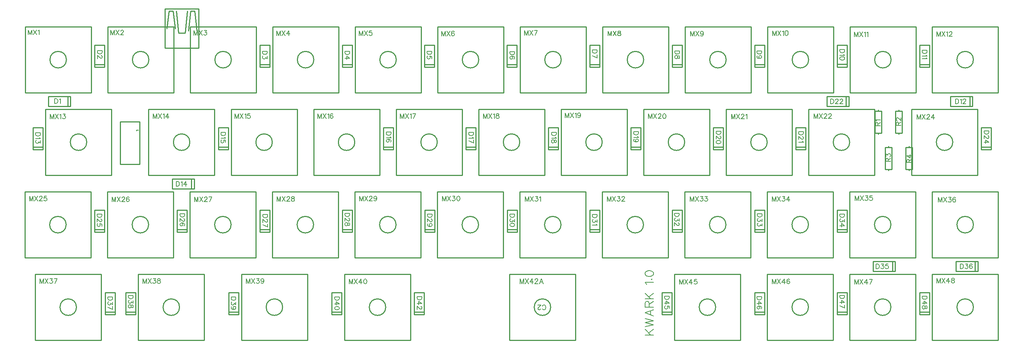
<source format=gto>
G04 ---------------------------- Layer name :TOP SILK LAYER*
G04 easyEDA 0.1*
G04 Scale: 100 percent, Rotated: No, Reflected: No *
G04 Dimensions in inches *
G04 leading zeros omitted , absolute positions ,2 integer and 4 * 
%FSLAX24Y24*%
%MOIN*%
G90*
G70D02*

%ADD10C,0.010000*%
%ADD11C,0.009000*%
%ADD12C,0.008000*%
%ADD13C,0.006000*%
%ADD14C,0.007000*%

%LPD*%
%LNVIA PAD TRACK COPPERAREA*%
G54D10*
G01X13025Y59911D02*
G01X16105Y59911D01*
G01X13025Y56361D02*
G01X16105Y56361D01*
G01X13025Y59911D02*
G01X13025Y56361D01*
G01X16105Y59911D02*
G01X16105Y56361D01*
G01X13185Y58131D02*
G01X13385Y59711D01*
G01X13385Y59711D02*
G01X13775Y59711D01*
G01X13775Y59711D02*
G01X13975Y58131D01*
G01X15945Y57941D02*
G01X15745Y59711D01*
G01X15745Y59711D02*
G01X15355Y59711D01*
G01X15355Y59711D02*
G01X15155Y57941D01*
G01X14075Y59711D02*
G01X14265Y57741D01*
G01X14265Y57741D02*
G01X14865Y57741D01*
G01X14865Y57741D02*
G01X15055Y59711D01*
G01X8980Y45790D02*
G01X8980Y49670D01*
G01X8980Y49670D02*
G01X10750Y49670D01*
G01X10750Y49670D02*
G01X10750Y45790D01*
G01X10750Y45790D02*
G01X8980Y45790D01*
G01X44367Y35797D02*
G01X50367Y35797D01*
G01X50367Y29797D02*
G01X50367Y35797D01*
G01X44367Y29797D02*
G01X44367Y35797D01*
G01X44367Y29797D02*
G01X50367Y29797D01*
G01X82808Y35797D02*
G01X88808Y35797D01*
G01X88808Y29797D02*
G01X88808Y35797D01*
G01X82808Y29797D02*
G01X82808Y35797D01*
G01X82808Y29797D02*
G01X88808Y29797D01*
G54D11*
G01X82558Y34122D02*
G01X82558Y32122D01*
G01X81658Y32122D01*
G01X81658Y34122D01*
G01X82558Y34122D01*
G01X82558Y32372D02*
G01X81658Y32372D01*
G54D10*
G01X77594Y48622D02*
G01X77594Y50622D01*
G01X77594Y50622D02*
G01X77894Y50622D01*
G01X77894Y50622D02*
G01X78194Y50622D01*
G01X78194Y50622D02*
G01X78194Y48622D01*
G01X78194Y48622D02*
G01X77894Y48622D01*
G01X77894Y48622D02*
G01X77594Y48622D01*
G01X77894Y50622D02*
G01X77894Y50722D01*
G01X77894Y48622D02*
G01X77894Y48522D01*
G01X79467Y48622D02*
G01X79467Y50622D01*
G01X79467Y50622D02*
G01X79767Y50622D01*
G01X79767Y50622D02*
G01X80067Y50622D01*
G01X80067Y50622D02*
G01X80067Y48622D01*
G01X80067Y48622D02*
G01X79767Y48622D01*
G01X79767Y48622D02*
G01X79467Y48622D01*
G01X79767Y50622D02*
G01X79767Y50722D01*
G01X79767Y48622D02*
G01X79767Y48522D01*
G01X78532Y45340D02*
G01X78532Y47340D01*
G01X78532Y47340D02*
G01X78832Y47340D01*
G01X78832Y47340D02*
G01X79132Y47340D01*
G01X79132Y47340D02*
G01X79132Y45340D01*
G01X79132Y45340D02*
G01X78832Y45340D01*
G01X78832Y45340D02*
G01X78532Y45340D01*
G01X78832Y47340D02*
G01X78832Y47440D01*
G01X78832Y45340D02*
G01X78832Y45240D01*
G01X80404Y45338D02*
G01X80404Y47338D01*
G01X80404Y47338D02*
G01X80704Y47338D01*
G01X80704Y47338D02*
G01X81004Y47338D01*
G01X81004Y47338D02*
G01X81004Y45338D01*
G01X81004Y45338D02*
G01X80704Y45338D01*
G01X80704Y45338D02*
G01X80404Y45338D01*
G01X80704Y47338D02*
G01X80704Y47438D01*
G01X80704Y45338D02*
G01X80704Y45238D01*
G54D11*
G01X2445Y51951D02*
G01X4445Y51951D01*
G01X4445Y51051D01*
G01X2445Y51051D01*
G01X2445Y51951D01*
G01X4195Y51951D02*
G01X4195Y51051D01*
G01X7550Y56624D02*
G01X7550Y54624D01*
G01X6650Y54624D01*
G01X6650Y56624D01*
G01X7550Y56624D01*
G01X7550Y54874D02*
G01X6650Y54874D01*
G01X22552Y56623D02*
G01X22552Y54623D01*
G01X21652Y54623D01*
G01X21652Y56623D01*
G01X22552Y56623D01*
G01X22552Y54873D02*
G01X21652Y54873D01*
G01X30057Y56617D02*
G01X30057Y54617D01*
G01X29157Y54617D01*
G01X29157Y56617D01*
G01X30057Y56617D01*
G01X30057Y54867D02*
G01X29157Y54867D01*
G01X37551Y56623D02*
G01X37551Y54623D01*
G01X36651Y54623D01*
G01X36651Y56623D01*
G01X37551Y56623D01*
G01X37551Y54873D02*
G01X36651Y54873D01*
G01X45051Y56624D02*
G01X45051Y54624D01*
G01X44151Y54624D01*
G01X44151Y56624D01*
G01X45051Y56624D01*
G01X45051Y54874D02*
G01X44151Y54874D01*
G01X52554Y56621D02*
G01X52554Y54621D01*
G01X51654Y54621D01*
G01X51654Y56621D01*
G01X52554Y56621D01*
G01X52554Y54871D02*
G01X51654Y54871D01*
G01X60055Y56621D02*
G01X60055Y54621D01*
G01X59155Y54621D01*
G01X59155Y56621D01*
G01X60055Y56621D01*
G01X60055Y54871D02*
G01X59155Y54871D01*
G01X67553Y56623D02*
G01X67553Y54623D01*
G01X66653Y54623D01*
G01X66653Y56623D01*
G01X67553Y56623D01*
G01X67553Y54873D02*
G01X66653Y54873D01*
G01X75061Y56625D02*
G01X75061Y54625D01*
G01X74161Y54625D01*
G01X74161Y56625D01*
G01X75061Y56625D01*
G01X75061Y54875D02*
G01X74161Y54875D01*
G01X82558Y56624D02*
G01X82558Y54624D01*
G01X81658Y54624D01*
G01X81658Y56624D01*
G01X82558Y56624D01*
G01X82558Y54874D02*
G01X81658Y54874D01*
G01X84484Y51949D02*
G01X86484Y51949D01*
G01X86484Y51049D01*
G01X84484Y51049D01*
G01X84484Y51949D01*
G01X86234Y51949D02*
G01X86234Y51049D01*
G01X1927Y49124D02*
G01X1927Y47124D01*
G01X1027Y47124D01*
G01X1027Y49124D01*
G01X1927Y49124D01*
G01X1927Y47374D02*
G01X1027Y47374D01*
G01X13695Y44449D02*
G01X15695Y44449D01*
G01X15695Y43549D01*
G01X13695Y43549D01*
G01X13695Y44449D01*
G01X15445Y44449D02*
G01X15445Y43549D01*
G01X18802Y49124D02*
G01X18802Y47124D01*
G01X17902Y47124D01*
G01X17902Y49124D01*
G01X18802Y49124D01*
G01X18802Y47374D02*
G01X17902Y47374D01*
G01X33804Y49124D02*
G01X33804Y47124D01*
G01X32904Y47124D01*
G01X32904Y49124D01*
G01X33804Y49124D01*
G01X33804Y47374D02*
G01X32904Y47374D01*
G01X41305Y49124D02*
G01X41305Y47124D01*
G01X40405Y47124D01*
G01X40405Y49124D01*
G01X41305Y49124D01*
G01X41305Y47374D02*
G01X40405Y47374D01*
G01X48806Y49124D02*
G01X48806Y47124D01*
G01X47906Y47124D01*
G01X47906Y49124D01*
G01X48806Y49124D01*
G01X48806Y47374D02*
G01X47906Y47374D01*
G01X56308Y49124D02*
G01X56308Y47124D01*
G01X55408Y47124D01*
G01X55408Y49124D01*
G01X56308Y49124D01*
G01X56308Y47374D02*
G01X55408Y47374D01*
G01X63807Y49124D02*
G01X63807Y47124D01*
G01X62907Y47124D01*
G01X62907Y49124D01*
G01X63807Y49124D01*
G01X63807Y47374D02*
G01X62907Y47374D01*
G01X71309Y49124D02*
G01X71309Y47124D01*
G01X70409Y47124D01*
G01X70409Y49124D01*
G01X71309Y49124D01*
G01X71309Y47374D02*
G01X70409Y47374D01*
G01X73232Y51950D02*
G01X75232Y51950D01*
G01X75232Y51050D01*
G01X73232Y51050D01*
G01X73232Y51950D01*
G01X74982Y51950D02*
G01X74982Y51050D01*
G01X88182Y49124D02*
G01X88182Y47124D01*
G01X87282Y47124D01*
G01X87282Y49124D01*
G01X88182Y49124D01*
G01X88182Y47374D02*
G01X87282Y47374D01*
G01X7550Y41623D02*
G01X7550Y39623D01*
G01X6650Y39623D01*
G01X6650Y41623D01*
G01X7550Y41623D01*
G01X7550Y39873D02*
G01X6650Y39873D01*
G01X15051Y41623D02*
G01X15051Y39623D01*
G01X14151Y39623D01*
G01X14151Y41623D01*
G01X15051Y41623D01*
G01X15051Y39873D02*
G01X14151Y39873D01*
G01X22552Y41623D02*
G01X22552Y39623D01*
G01X21652Y39623D01*
G01X21652Y41623D01*
G01X22552Y41623D01*
G01X22552Y39873D02*
G01X21652Y39873D01*
G01X30053Y41623D02*
G01X30053Y39623D01*
G01X29153Y39623D01*
G01X29153Y41623D01*
G01X30053Y41623D01*
G01X30053Y39873D02*
G01X29153Y39873D01*
G01X37554Y41623D02*
G01X37554Y39623D01*
G01X36654Y39623D01*
G01X36654Y41623D01*
G01X37554Y41623D01*
G01X37554Y39873D02*
G01X36654Y39873D01*
G01X45054Y41623D02*
G01X45054Y39623D01*
G01X44154Y39623D01*
G01X44154Y41623D01*
G01X45054Y41623D01*
G01X45054Y39873D02*
G01X44154Y39873D01*
G01X52555Y41623D02*
G01X52555Y39623D01*
G01X51655Y39623D01*
G01X51655Y41623D01*
G01X52555Y41623D01*
G01X52555Y39873D02*
G01X51655Y39873D01*
G01X60056Y41623D02*
G01X60056Y39623D01*
G01X59156Y39623D01*
G01X59156Y41623D01*
G01X60056Y41623D01*
G01X60056Y39873D02*
G01X59156Y39873D01*
G01X67557Y41623D02*
G01X67557Y39623D01*
G01X66657Y39623D01*
G01X66657Y41623D01*
G01X67557Y41623D01*
G01X67557Y39873D02*
G01X66657Y39873D01*
G01X75058Y41623D02*
G01X75058Y39623D01*
G01X74158Y39623D01*
G01X74158Y41623D01*
G01X75058Y41623D01*
G01X75058Y39873D02*
G01X74158Y39873D01*
G01X77450Y36948D02*
G01X79450Y36948D01*
G01X79450Y36048D01*
G01X77450Y36048D01*
G01X77450Y36948D01*
G01X79200Y36948D02*
G01X79200Y36048D01*
G01X84952Y36947D02*
G01X86952Y36947D01*
G01X86952Y36047D01*
G01X84952Y36047D01*
G01X84952Y36947D01*
G01X86702Y36947D02*
G01X86702Y36047D01*
G01X8488Y34121D02*
G01X8488Y32121D01*
G01X7588Y32121D01*
G01X7588Y34121D01*
G01X8488Y34121D01*
G01X8488Y32371D02*
G01X7588Y32371D01*
G01X10363Y34122D02*
G01X10363Y32122D01*
G01X9463Y32122D01*
G01X9463Y34122D01*
G01X10363Y34122D01*
G01X10363Y32372D02*
G01X9463Y32372D01*
G01X19739Y34122D02*
G01X19739Y32122D01*
G01X18839Y32122D01*
G01X18839Y34122D01*
G01X19739Y34122D01*
G01X19739Y32372D02*
G01X18839Y32372D01*
G01X29115Y34122D02*
G01X29115Y32122D01*
G01X28215Y32122D01*
G01X28215Y34122D01*
G01X29115Y34122D01*
G01X29115Y32372D02*
G01X28215Y32372D01*
G01X36616Y34119D02*
G01X36616Y32119D01*
G01X35716Y32119D01*
G01X35716Y34119D01*
G01X36616Y34119D01*
G01X36616Y32369D02*
G01X35716Y32369D01*
G01X59118Y34122D02*
G01X59118Y32122D01*
G01X58218Y32122D01*
G01X58218Y34122D01*
G01X59118Y34122D01*
G01X59118Y32372D02*
G01X58218Y32372D01*
G01X67557Y34122D02*
G01X67557Y32122D01*
G01X66657Y32122D01*
G01X66657Y34122D01*
G01X67557Y34122D01*
G01X67557Y32372D02*
G01X66657Y32372D01*
G01X75058Y34122D02*
G01X75058Y32122D01*
G01X74158Y32122D01*
G01X74158Y34122D01*
G01X75058Y34122D01*
G01X75058Y32372D02*
G01X74158Y32372D01*
G54D10*
G01X325Y58300D02*
G01X6325Y58300D01*
G01X6325Y52300D02*
G01X6325Y58300D01*
G01X325Y52300D02*
G01X325Y58300D01*
G01X325Y52300D02*
G01X6325Y52300D01*
G01X7825Y58300D02*
G01X13825Y58300D01*
G01X13825Y52300D02*
G01X13825Y58300D01*
G01X7825Y52300D02*
G01X7825Y58300D01*
G01X7825Y52300D02*
G01X13825Y52300D01*
G01X15325Y58300D02*
G01X21325Y58300D01*
G01X21325Y52300D02*
G01X21325Y58300D01*
G01X15325Y52300D02*
G01X15325Y58300D01*
G01X15325Y52300D02*
G01X21325Y52300D01*
G01X22825Y58300D02*
G01X28825Y58300D01*
G01X28825Y52300D02*
G01X28825Y58300D01*
G01X22825Y52300D02*
G01X22825Y58300D01*
G01X22825Y52300D02*
G01X28825Y52300D01*
G01X30325Y58300D02*
G01X36325Y58300D01*
G01X36325Y52300D02*
G01X36325Y58300D01*
G01X30325Y52300D02*
G01X30325Y58300D01*
G01X30325Y52300D02*
G01X36325Y52300D01*
G01X37825Y58300D02*
G01X43825Y58300D01*
G01X43825Y52300D02*
G01X43825Y58300D01*
G01X37825Y52300D02*
G01X37825Y58300D01*
G01X37825Y52300D02*
G01X43825Y52300D01*
G01X45325Y58300D02*
G01X51325Y58300D01*
G01X51325Y52300D02*
G01X51325Y58300D01*
G01X45325Y52300D02*
G01X45325Y58300D01*
G01X45325Y52300D02*
G01X51325Y52300D01*
G01X52825Y58300D02*
G01X58825Y58300D01*
G01X58825Y52300D02*
G01X58825Y58300D01*
G01X52825Y52300D02*
G01X52825Y58300D01*
G01X52825Y52300D02*
G01X58825Y52300D01*
G01X60325Y58300D02*
G01X66325Y58300D01*
G01X66325Y52300D02*
G01X66325Y58300D01*
G01X60325Y52300D02*
G01X60325Y58300D01*
G01X60325Y52300D02*
G01X66325Y52300D01*
G01X67825Y58300D02*
G01X73825Y58300D01*
G01X73825Y52300D02*
G01X73825Y58300D01*
G01X67825Y52300D02*
G01X67825Y58300D01*
G01X67825Y52300D02*
G01X73825Y52300D01*
G01X75325Y58300D02*
G01X81325Y58300D01*
G01X81325Y52300D02*
G01X81325Y58300D01*
G01X75325Y52300D02*
G01X75325Y58300D01*
G01X75325Y52300D02*
G01X81325Y52300D01*
G01X82808Y58300D02*
G01X88808Y58300D01*
G01X88808Y52300D02*
G01X88808Y58300D01*
G01X82808Y52300D02*
G01X82808Y58300D01*
G01X82808Y52300D02*
G01X88808Y52300D01*
G01X2175Y50799D02*
G01X8175Y50799D01*
G01X8175Y44799D02*
G01X8175Y50799D01*
G01X2175Y44799D02*
G01X2175Y50799D01*
G01X2175Y44799D02*
G01X8175Y44799D01*
G01X11551Y50799D02*
G01X17551Y50799D01*
G01X17551Y44799D02*
G01X17551Y50799D01*
G01X11551Y44799D02*
G01X11551Y50799D01*
G01X11551Y44799D02*
G01X17551Y44799D01*
G01X19052Y50799D02*
G01X25052Y50799D01*
G01X25052Y44799D02*
G01X25052Y50799D01*
G01X19052Y44799D02*
G01X19052Y50799D01*
G01X19052Y44799D02*
G01X25052Y44799D01*
G01X26552Y50799D02*
G01X32552Y50799D01*
G01X32552Y44799D02*
G01X32552Y50799D01*
G01X26552Y44799D02*
G01X26552Y50799D01*
G01X26552Y44799D02*
G01X32552Y44799D01*
G01X34053Y50799D02*
G01X40053Y50799D01*
G01X40053Y44799D02*
G01X40053Y50799D01*
G01X34053Y44799D02*
G01X34053Y50799D01*
G01X34053Y44799D02*
G01X40053Y44799D01*
G01X41554Y50799D02*
G01X47554Y50799D01*
G01X47554Y44799D02*
G01X47554Y50799D01*
G01X41554Y44799D02*
G01X41554Y50799D01*
G01X41554Y44799D02*
G01X47554Y44799D01*
G01X49055Y50799D02*
G01X55055Y50799D01*
G01X55055Y44799D02*
G01X55055Y50799D01*
G01X49055Y44799D02*
G01X49055Y50799D01*
G01X49055Y44799D02*
G01X55055Y44799D01*
G01X56555Y50799D02*
G01X62555Y50799D01*
G01X62555Y44799D02*
G01X62555Y50799D01*
G01X56555Y44799D02*
G01X56555Y50799D01*
G01X56555Y44799D02*
G01X62555Y44799D01*
G01X64056Y50799D02*
G01X70056Y50799D01*
G01X70056Y44799D02*
G01X70056Y50799D01*
G01X64056Y44799D02*
G01X64056Y50799D01*
G01X64056Y44799D02*
G01X70056Y44799D01*
G01X71557Y50799D02*
G01X77557Y50799D01*
G01X77557Y44799D02*
G01X77557Y50799D01*
G01X71557Y44799D02*
G01X71557Y50799D01*
G01X71557Y44799D02*
G01X77557Y44799D01*
G01X80933Y50799D02*
G01X86933Y50799D01*
G01X86933Y44799D02*
G01X86933Y50799D01*
G01X80933Y44799D02*
G01X80933Y50799D01*
G01X80933Y44799D02*
G01X86933Y44799D01*
G01X300Y43298D02*
G01X6300Y43298D01*
G01X6300Y37298D02*
G01X6300Y43298D01*
G01X300Y37298D02*
G01X300Y43298D01*
G01X300Y37298D02*
G01X6300Y37298D01*
G01X7800Y43298D02*
G01X13800Y43298D01*
G01X13800Y37298D02*
G01X13800Y43298D01*
G01X7800Y37298D02*
G01X7800Y43298D01*
G01X7800Y37298D02*
G01X13800Y37298D01*
G01X15301Y43298D02*
G01X21301Y43298D01*
G01X21301Y37298D02*
G01X21301Y43298D01*
G01X15301Y37298D02*
G01X15301Y43298D01*
G01X15301Y37298D02*
G01X21301Y37298D01*
G01X22802Y43298D02*
G01X28802Y43298D01*
G01X28802Y37298D02*
G01X28802Y43298D01*
G01X22802Y37298D02*
G01X22802Y43298D01*
G01X22802Y37298D02*
G01X28802Y37298D01*
G01X30303Y43298D02*
G01X36303Y43298D01*
G01X36303Y37298D02*
G01X36303Y43298D01*
G01X30303Y37298D02*
G01X30303Y43298D01*
G01X30303Y37298D02*
G01X36303Y37298D01*
G01X37804Y43298D02*
G01X43804Y43298D01*
G01X43804Y37298D02*
G01X43804Y43298D01*
G01X37804Y37298D02*
G01X37804Y43298D01*
G01X37804Y37298D02*
G01X43804Y37298D01*
G01X45304Y43298D02*
G01X51304Y43298D01*
G01X51304Y37298D02*
G01X51304Y43298D01*
G01X45304Y37298D02*
G01X45304Y43298D01*
G01X45304Y37298D02*
G01X51304Y37298D01*
G01X52805Y43298D02*
G01X58805Y43298D01*
G01X58805Y37298D02*
G01X58805Y43298D01*
G01X52805Y37298D02*
G01X52805Y43298D01*
G01X52805Y37298D02*
G01X58805Y37298D01*
G01X60306Y43298D02*
G01X66306Y43298D01*
G01X66306Y37298D02*
G01X66306Y43298D01*
G01X60306Y37298D02*
G01X60306Y43298D01*
G01X60306Y37298D02*
G01X66306Y37298D01*
G01X67807Y43298D02*
G01X73807Y43298D01*
G01X73807Y37298D02*
G01X73807Y43298D01*
G01X67807Y37298D02*
G01X67807Y43298D01*
G01X67807Y37298D02*
G01X73807Y37298D01*
G01X75308Y43298D02*
G01X81308Y43298D01*
G01X81308Y37298D02*
G01X81308Y43298D01*
G01X75308Y37298D02*
G01X75308Y43298D01*
G01X75308Y37298D02*
G01X81308Y37298D01*
G01X82808Y43298D02*
G01X88808Y43298D01*
G01X88808Y37298D02*
G01X88808Y43298D01*
G01X82808Y37298D02*
G01X82808Y43298D01*
G01X82808Y37298D02*
G01X88808Y37298D01*
G01X1237Y35797D02*
G01X7237Y35797D01*
G01X7237Y29797D02*
G01X7237Y35797D01*
G01X1237Y29797D02*
G01X1237Y35797D01*
G01X1237Y29797D02*
G01X7237Y29797D01*
G01X10613Y35797D02*
G01X16613Y35797D01*
G01X16613Y29797D02*
G01X16613Y35797D01*
G01X10613Y29797D02*
G01X10613Y35797D01*
G01X10613Y29797D02*
G01X16613Y29797D01*
G01X19989Y35798D02*
G01X25989Y35798D01*
G01X25989Y29798D02*
G01X25989Y35798D01*
G01X19989Y29798D02*
G01X19989Y35798D01*
G01X19989Y29798D02*
G01X25989Y29798D01*
G01X29365Y35798D02*
G01X35365Y35798D01*
G01X35365Y29798D02*
G01X35365Y35798D01*
G01X29365Y29798D02*
G01X29365Y35798D01*
G01X29365Y29798D02*
G01X35365Y29798D01*
G01X59369Y35798D02*
G01X65369Y35798D01*
G01X65369Y29798D02*
G01X65369Y35798D01*
G01X59369Y29798D02*
G01X59369Y35798D01*
G01X59369Y29798D02*
G01X65369Y29798D01*
G01X67807Y35797D02*
G01X73807Y35797D01*
G01X73807Y29797D02*
G01X73807Y35797D01*
G01X67807Y29797D02*
G01X67807Y35797D01*
G01X67807Y29797D02*
G01X73807Y29797D01*
G01X75308Y35797D02*
G01X81308Y35797D01*
G01X81308Y29797D02*
G01X81308Y35797D01*
G01X75308Y29797D02*
G01X75308Y35797D01*
G01X75308Y29797D02*
G01X81308Y29797D01*
G54D12*
G01X56695Y30270D02*
G01X57458Y30270D01*
G01X56695Y30778D02*
G01X57204Y30270D01*
G01X57022Y30452D02*
G01X57458Y30778D01*
G01X56695Y31019D02*
G01X57458Y31201D01*
G01X56695Y31383D02*
G01X57458Y31201D01*
G01X56695Y31383D02*
G01X57458Y31564D01*
G01X56695Y31746D02*
G01X57458Y31564D01*
G01X56695Y32277D02*
G01X57458Y31986D01*
G01X56695Y32277D02*
G01X57458Y32567D01*
G01X57204Y32095D02*
G01X57204Y32459D01*
G01X56695Y32808D02*
G01X57458Y32808D01*
G01X56695Y32808D02*
G01X56695Y33135D01*
G01X56730Y33245D01*
G01X56766Y33280D01*
G01X56840Y33316D01*
G01X56913Y33316D01*
G01X56986Y33280D01*
G01X57022Y33245D01*
G01X57058Y33135D01*
G01X57058Y32808D01*
G01X57058Y33063D02*
G01X57458Y33316D01*
G01X56695Y33557D02*
G01X57458Y33557D01*
G01X56695Y34066D02*
G01X57204Y33557D01*
G01X57022Y33739D02*
G01X57458Y34066D01*
G01X56840Y34866D02*
G01X56804Y34939D01*
G01X56695Y35048D01*
G01X57458Y35048D01*
G01X57276Y35325D02*
G01X57313Y35288D01*
G01X57349Y35325D01*
G01X57313Y35361D01*
G01X57276Y35325D01*
G01X56695Y35819D02*
G01X56730Y35710D01*
G01X56840Y35637D01*
G01X57022Y35601D01*
G01X57130Y35601D01*
G01X57313Y35637D01*
G01X57422Y35710D01*
G01X57458Y35819D01*
G01X57458Y35891D01*
G01X57422Y36001D01*
G01X57313Y36074D01*
G01X57130Y36110D01*
G01X57022Y36110D01*
G01X56840Y36074D01*
G01X56730Y36001D01*
G01X56695Y35891D01*
G01X56695Y35819D01*
G54D13*
G01X10482Y48838D02*
G01X10472Y48856D01*
G01X10446Y48883D01*
G01X10637Y48883D01*
G54D14*
G01X45349Y35375D02*
G01X45349Y34940D01*
G01X45349Y35375D02*
G01X45512Y34940D01*
G01X45674Y35375D02*
G01X45512Y34940D01*
G01X45674Y35375D02*
G01X45674Y34940D01*
G01X45810Y35375D02*
G01X46097Y34940D01*
G01X46097Y35375D02*
G01X45810Y34940D01*
G01X46437Y35375D02*
G01X46232Y35087D01*
G01X46537Y35087D01*
G01X46437Y35375D02*
G01X46437Y34940D01*
G01X46694Y35266D02*
G01X46694Y35288D01*
G01X46712Y35329D01*
G01X46735Y35350D01*
G01X46774Y35375D01*
G01X46858Y35375D01*
G01X46899Y35350D01*
G01X46919Y35329D01*
G01X46937Y35288D01*
G01X46937Y35250D01*
G01X46919Y35212D01*
G01X46874Y35150D01*
G01X46674Y34940D01*
G01X46960Y34940D01*
G01X47258Y35375D02*
G01X47095Y34940D01*
G01X47258Y35375D02*
G01X47422Y34940D01*
G01X47157Y35087D02*
G01X47362Y35087D01*
G01X83228Y35435D02*
G01X83228Y34998D01*
G01X83228Y35435D02*
G01X83392Y34998D01*
G01X83555Y35435D02*
G01X83392Y34998D01*
G01X83555Y35435D02*
G01X83555Y34998D01*
G01X83690Y35435D02*
G01X83977Y34998D01*
G01X83977Y35435D02*
G01X83690Y34998D01*
G01X84316Y35435D02*
G01X84112Y35148D01*
G01X84418Y35148D01*
G01X84316Y35435D02*
G01X84316Y34998D01*
G01X84656Y35435D02*
G01X84593Y35410D01*
G01X84574Y35373D01*
G01X84574Y35325D01*
G01X84593Y35285D01*
G01X84635Y35273D01*
G01X84717Y35248D01*
G01X84778Y35223D01*
G01X84818Y35185D01*
G01X84840Y35148D01*
G01X84840Y35085D01*
G01X84818Y35048D01*
G01X84799Y35023D01*
G01X84737Y34998D01*
G01X84656Y34998D01*
G01X84593Y35023D01*
G01X84574Y35048D01*
G01X84553Y35085D01*
G01X84553Y35148D01*
G01X84574Y35185D01*
G01X84615Y35223D01*
G01X84675Y35248D01*
G01X84756Y35273D01*
G01X84799Y35285D01*
G01X84818Y35325D01*
G01X84818Y35373D01*
G01X84799Y35410D01*
G01X84737Y35435D01*
G01X84656Y35435D01*
G01X82339Y33788D02*
G01X81907Y33788D01*
G01X82339Y33788D02*
G01X82339Y33647D01*
G01X82318Y33584D01*
G01X82277Y33547D01*
G01X82238Y33523D01*
G01X82177Y33509D01*
G01X82070Y33509D01*
G01X82013Y33523D01*
G01X81970Y33547D01*
G01X81929Y33584D01*
G01X81907Y33647D01*
G01X81907Y33788D01*
G01X82339Y33162D02*
G01X82052Y33372D01*
G01X82052Y33061D01*
G01X82339Y33162D02*
G01X81907Y33162D01*
G01X82339Y32824D02*
G01X82318Y32885D01*
G01X82277Y32909D01*
G01X82238Y32909D01*
G01X82195Y32885D01*
G01X82177Y32847D01*
G01X82154Y32761D01*
G01X82132Y32700D01*
G01X82093Y32659D01*
G01X82052Y32638D01*
G01X81991Y32638D01*
G01X81952Y32659D01*
G01X81929Y32684D01*
G01X81907Y32747D01*
G01X81907Y32824D01*
G01X81929Y32885D01*
G01X81952Y32909D01*
G01X81991Y32925D01*
G01X82052Y32925D01*
G01X82093Y32909D01*
G01X82132Y32863D01*
G01X82154Y32809D01*
G01X82177Y32722D01*
G01X82195Y32684D01*
G01X82238Y32659D01*
G01X82277Y32659D01*
G01X82318Y32684D01*
G01X82339Y32747D01*
G01X82339Y32824D01*
G01X77664Y49291D02*
G01X78095Y49291D01*
G01X77664Y49291D02*
G01X77664Y49474D01*
G01X77683Y49536D01*
G01X77703Y49557D01*
G01X77745Y49576D01*
G01X77786Y49576D01*
G01X77826Y49557D01*
G01X77847Y49536D01*
G01X77870Y49474D01*
G01X77870Y49291D01*
G01X77870Y49434D02*
G01X78095Y49576D01*
G01X77745Y49712D02*
G01X77724Y49752D01*
G01X77664Y49815D01*
G01X78095Y49815D01*
G01X79538Y49328D02*
G01X79972Y49328D01*
G01X79538Y49328D02*
G01X79538Y49510D01*
G01X79559Y49572D01*
G01X79578Y49593D01*
G01X79622Y49612D01*
G01X79661Y49612D01*
G01X79701Y49593D01*
G01X79724Y49572D01*
G01X79747Y49510D01*
G01X79747Y49328D01*
G01X79747Y49469D02*
G01X79972Y49612D01*
G01X79640Y49768D02*
G01X79622Y49768D01*
G01X79578Y49788D01*
G01X79559Y49810D01*
G01X79538Y49850D01*
G01X79538Y49931D01*
G01X79559Y49972D01*
G01X79578Y49993D01*
G01X79622Y50013D01*
G01X79661Y50013D01*
G01X79701Y49993D01*
G01X79763Y49954D01*
G01X79972Y49747D01*
G01X79972Y50035D01*
G01X78599Y46045D02*
G01X79032Y46045D01*
G01X78599Y46045D02*
G01X78599Y46221D01*
G01X78618Y46284D01*
G01X78640Y46309D01*
G01X78682Y46328D01*
G01X78721Y46328D01*
G01X78762Y46309D01*
G01X78782Y46284D01*
G01X78807Y46221D01*
G01X78807Y46045D01*
G01X78807Y46184D02*
G01X79032Y46328D01*
G01X78599Y46504D02*
G01X78599Y46729D01*
G01X78762Y46609D01*
G01X78762Y46671D01*
G01X78782Y46708D01*
G01X78807Y46729D01*
G01X78865Y46746D01*
G01X78907Y46746D01*
G01X78968Y46729D01*
G01X79007Y46683D01*
G01X79032Y46627D01*
G01X79032Y46566D01*
G01X79007Y46504D01*
G01X78987Y46484D01*
G01X78946Y46459D01*
G01X80510Y45945D02*
G01X80937Y45945D01*
G01X80510Y45945D02*
G01X80510Y46132D01*
G01X80524Y46195D01*
G01X80549Y46213D01*
G01X80587Y46232D01*
G01X80632Y46232D01*
G01X80673Y46213D01*
G01X80687Y46195D01*
G01X80712Y46132D01*
G01X80712Y45945D01*
G01X80712Y46090D02*
G01X80937Y46232D01*
G01X80510Y46571D02*
G01X80796Y46370D01*
G01X80796Y46675D01*
G01X80510Y46571D02*
G01X80937Y46571D01*
G01X3004Y51762D02*
G01X3004Y51329D01*
G01X3004Y51762D02*
G01X3148Y51762D01*
G01X3211Y51739D01*
G01X3253Y51700D01*
G01X3273Y51656D01*
G01X3292Y51600D01*
G01X3292Y51494D01*
G01X3273Y51431D01*
G01X3253Y51391D01*
G01X3211Y51350D01*
G01X3148Y51329D01*
G01X3004Y51329D01*
G01X3429Y51678D02*
G01X3467Y51700D01*
G01X3529Y51762D01*
G01X3529Y51329D01*
G01X7325Y56116D02*
G01X6894Y56116D01*
G01X7325Y56116D02*
G01X7325Y55978D01*
G01X7303Y55915D01*
G01X7263Y55871D01*
G01X7221Y55853D01*
G01X7163Y55829D01*
G01X7056Y55829D01*
G01X6996Y55853D01*
G01X6955Y55871D01*
G01X6913Y55915D01*
G01X6894Y55978D01*
G01X6894Y56116D01*
G01X7221Y55678D02*
G01X7241Y55678D01*
G01X7281Y55654D01*
G01X7303Y55632D01*
G01X7325Y55592D01*
G01X7325Y55515D01*
G01X7303Y55470D01*
G01X7281Y55453D01*
G01X7241Y55429D01*
G01X7200Y55429D01*
G01X7163Y55453D01*
G01X7100Y55490D01*
G01X6894Y55695D01*
G01X6894Y55407D01*
G01X22330Y56069D02*
G01X21898Y56069D01*
G01X22330Y56069D02*
G01X22330Y55929D01*
G01X22307Y55867D01*
G01X22268Y55824D01*
G01X22226Y55804D01*
G01X22168Y55786D01*
G01X22063Y55786D01*
G01X22001Y55804D01*
G01X21957Y55824D01*
G01X21919Y55867D01*
G01X21898Y55929D01*
G01X21898Y56069D01*
G01X22330Y55611D02*
G01X22330Y55381D01*
G01X22168Y55504D01*
G01X22168Y55443D01*
G01X22144Y55404D01*
G01X22123Y55381D01*
G01X22063Y55361D01*
G01X22020Y55361D01*
G01X21957Y55381D01*
G01X21919Y55423D01*
G01X21898Y55486D01*
G01X21898Y55548D01*
G01X21919Y55611D01*
G01X21942Y55629D01*
G01X21981Y55648D01*
G01X29839Y56061D02*
G01X29411Y56061D01*
G01X29839Y56061D02*
G01X29839Y55923D01*
G01X29820Y55861D01*
G01X29779Y55814D01*
G01X29738Y55798D01*
G01X29677Y55773D01*
G01X29575Y55773D01*
G01X29513Y55798D01*
G01X29472Y55814D01*
G01X29431Y55861D01*
G01X29411Y55923D01*
G01X29411Y56061D01*
G01X29839Y55436D02*
G01X29554Y55638D01*
G01X29554Y55336D01*
G01X29839Y55436D02*
G01X29411Y55436D01*
G01X37300Y56067D02*
G01X36868Y56067D01*
G01X37300Y56067D02*
G01X37300Y55929D01*
G01X37277Y55867D01*
G01X37238Y55822D01*
G01X37195Y55804D01*
G01X37138Y55780D01*
G01X37032Y55780D01*
G01X36970Y55804D01*
G01X36929Y55822D01*
G01X36888Y55867D01*
G01X36868Y55929D01*
G01X36868Y56067D01*
G01X37300Y55404D02*
G01X37300Y55604D01*
G01X37113Y55629D01*
G01X37138Y55604D01*
G01X37154Y55543D01*
G01X37154Y55481D01*
G01X37138Y55421D01*
G01X37093Y55379D01*
G01X37032Y55358D01*
G01X36991Y55358D01*
G01X36929Y55379D01*
G01X36888Y55421D01*
G01X36868Y55481D01*
G01X36868Y55543D01*
G01X36888Y55604D01*
G01X36913Y55629D01*
G01X36950Y55646D01*
G01X44835Y56031D02*
G01X44404Y56031D01*
G01X44835Y56031D02*
G01X44835Y55894D01*
G01X44814Y55831D01*
G01X44772Y55786D01*
G01X44730Y55769D01*
G01X44671Y55745D01*
G01X44566Y55745D01*
G01X44505Y55769D01*
G01X44466Y55786D01*
G01X44425Y55831D01*
G01X44404Y55894D01*
G01X44404Y56031D01*
G01X44772Y55370D02*
G01X44814Y55385D01*
G01X44835Y55446D01*
G01X44835Y55487D01*
G01X44814Y55548D01*
G01X44753Y55595D01*
G01X44649Y55610D01*
G01X44548Y55610D01*
G01X44466Y55595D01*
G01X44425Y55548D01*
G01X44404Y55487D01*
G01X44404Y55470D01*
G01X44425Y55406D01*
G01X44466Y55370D01*
G01X44528Y55345D01*
G01X44548Y55345D01*
G01X44610Y55370D01*
G01X44649Y55406D01*
G01X44671Y55470D01*
G01X44671Y55487D01*
G01X44649Y55548D01*
G01X44610Y55595D01*
G01X44548Y55610D01*
G01X52337Y56176D02*
G01X51904Y56176D01*
G01X52337Y56176D02*
G01X52337Y56037D01*
G01X52316Y55974D01*
G01X52276Y55930D01*
G01X52235Y55912D01*
G01X52174Y55890D01*
G01X52072Y55890D01*
G01X52010Y55912D01*
G01X51966Y55930D01*
G01X51928Y55974D01*
G01X51904Y56037D01*
G01X51904Y56176D01*
G01X52337Y55468D02*
G01X51904Y55674D01*
G01X52337Y55754D02*
G01X52337Y55468D01*
G01X59840Y56102D02*
G01X59407Y56102D01*
G01X59840Y56102D02*
G01X59840Y55963D01*
G01X59819Y55900D01*
G01X59778Y55856D01*
G01X59737Y55838D01*
G01X59676Y55816D01*
G01X59569Y55816D01*
G01X59511Y55838D01*
G01X59469Y55856D01*
G01X59429Y55900D01*
G01X59407Y55963D01*
G01X59407Y56102D01*
G01X59840Y55578D02*
G01X59819Y55640D01*
G01X59778Y55663D01*
G01X59737Y55663D01*
G01X59694Y55640D01*
G01X59676Y55600D01*
G01X59654Y55517D01*
G01X59632Y55455D01*
G01X59594Y55415D01*
G01X59553Y55394D01*
G01X59491Y55394D01*
G01X59451Y55415D01*
G01X59429Y55438D01*
G01X59407Y55500D01*
G01X59407Y55578D01*
G01X59429Y55640D01*
G01X59451Y55663D01*
G01X59491Y55680D01*
G01X59553Y55680D01*
G01X59594Y55663D01*
G01X59632Y55619D01*
G01X59654Y55557D01*
G01X59676Y55476D01*
G01X59694Y55438D01*
G01X59737Y55415D01*
G01X59778Y55415D01*
G01X59819Y55438D01*
G01X59840Y55500D01*
G01X59840Y55578D01*
G01X67299Y56104D02*
G01X66868Y56104D01*
G01X67299Y56104D02*
G01X67299Y55966D01*
G01X67278Y55904D01*
G01X67237Y55854D01*
G01X67193Y55841D01*
G01X67137Y55816D01*
G01X67030Y55816D01*
G01X66968Y55841D01*
G01X66930Y55854D01*
G01X66890Y55904D01*
G01X66868Y55966D01*
G01X66868Y56104D01*
G01X67155Y55416D02*
G01X67093Y55441D01*
G01X67053Y55478D01*
G01X67030Y55541D01*
G01X67030Y55553D01*
G01X67053Y55616D01*
G01X67093Y55666D01*
G01X67155Y55678D01*
G01X67176Y55678D01*
G01X67237Y55666D01*
G01X67278Y55616D01*
G01X67299Y55553D01*
G01X67299Y55541D01*
G01X67278Y55478D01*
G01X67237Y55441D01*
G01X67155Y55416D01*
G01X67053Y55416D01*
G01X66951Y55441D01*
G01X66890Y55478D01*
G01X66868Y55541D01*
G01X66868Y55578D01*
G01X66890Y55641D01*
G01X66930Y55666D01*
G01X74842Y56217D02*
G01X74413Y56217D01*
G01X74842Y56217D02*
G01X74842Y56079D01*
G01X74823Y56017D01*
G01X74782Y55973D01*
G01X74740Y55954D01*
G01X74680Y55930D01*
G01X74578Y55930D01*
G01X74515Y55954D01*
G01X74475Y55973D01*
G01X74434Y56017D01*
G01X74413Y56079D01*
G01X74413Y56217D01*
G01X74762Y55796D02*
G01X74782Y55754D01*
G01X74842Y55693D01*
G01X74413Y55693D01*
G01X74842Y55442D02*
G01X74823Y55498D01*
G01X74762Y55542D01*
G01X74659Y55557D01*
G01X74598Y55557D01*
G01X74496Y55542D01*
G01X74434Y55498D01*
G01X74413Y55442D01*
G01X74413Y55395D01*
G01X74434Y55332D01*
G01X74496Y55292D01*
G01X74598Y55272D01*
G01X74659Y55272D01*
G01X74762Y55292D01*
G01X74823Y55332D01*
G01X74842Y55395D01*
G01X74842Y55442D01*
G01X82346Y56144D02*
G01X81910Y56144D01*
G01X82346Y56144D02*
G01X82346Y56005D01*
G01X82322Y55944D01*
G01X82284Y55899D01*
G01X82235Y55880D01*
G01X82184Y55857D01*
G01X82072Y55857D01*
G01X82016Y55880D01*
G01X81972Y55899D01*
G01X81935Y55944D01*
G01X81910Y56005D01*
G01X81910Y56144D01*
G01X82260Y55723D02*
G01X82284Y55681D01*
G01X82346Y55620D01*
G01X81910Y55620D01*
G01X82260Y55485D02*
G01X82284Y55444D01*
G01X82346Y55382D01*
G01X81910Y55382D01*
G01X84929Y51733D02*
G01X84929Y51303D01*
G01X84929Y51733D02*
G01X85067Y51733D01*
G01X85129Y51712D01*
G01X85178Y51671D01*
G01X85192Y51629D01*
G01X85217Y51571D01*
G01X85217Y51467D01*
G01X85192Y51404D01*
G01X85178Y51364D01*
G01X85129Y51323D01*
G01X85067Y51303D01*
G01X84929Y51303D01*
G01X85354Y51651D02*
G01X85392Y51671D01*
G01X85454Y51733D01*
G01X85454Y51303D01*
G01X85604Y51629D02*
G01X85604Y51651D01*
G01X85629Y51692D01*
G01X85653Y51712D01*
G01X85692Y51733D01*
G01X85767Y51733D01*
G01X85817Y51712D01*
G01X85829Y51692D01*
G01X85854Y51651D01*
G01X85854Y51610D01*
G01X85829Y51571D01*
G01X85792Y51508D01*
G01X85592Y51303D01*
G01X85878Y51303D01*
G01X1707Y48642D02*
G01X1278Y48642D01*
G01X1707Y48642D02*
G01X1707Y48503D01*
G01X1687Y48440D01*
G01X1645Y48397D01*
G01X1604Y48378D01*
G01X1545Y48356D01*
G01X1442Y48356D01*
G01X1379Y48378D01*
G01X1339Y48397D01*
G01X1298Y48440D01*
G01X1278Y48503D01*
G01X1278Y48642D01*
G01X1626Y48221D02*
G01X1645Y48180D01*
G01X1707Y48118D01*
G01X1278Y48118D01*
G01X1707Y47942D02*
G01X1707Y47717D01*
G01X1545Y47840D01*
G01X1545Y47779D01*
G01X1523Y47740D01*
G01X1503Y47717D01*
G01X1442Y47697D01*
G01X1401Y47697D01*
G01X1339Y47717D01*
G01X1298Y47758D01*
G01X1278Y47820D01*
G01X1278Y47881D01*
G01X1298Y47942D01*
G01X1320Y47965D01*
G01X1361Y47983D01*
G01X14066Y44229D02*
G01X14066Y43800D01*
G01X14066Y44229D02*
G01X14205Y44229D01*
G01X14268Y44209D01*
G01X14312Y44170D01*
G01X14330Y44127D01*
G01X14351Y44066D01*
G01X14351Y43964D01*
G01X14330Y43902D01*
G01X14312Y43861D01*
G01X14268Y43820D01*
G01X14205Y43800D01*
G01X14066Y43800D01*
G01X14488Y44148D02*
G01X14526Y44170D01*
G01X14588Y44229D01*
G01X14588Y43800D01*
G01X14930Y44229D02*
G01X14726Y43945D01*
G01X15030Y43945D01*
G01X14930Y44229D02*
G01X14930Y43800D01*
G01X18547Y48679D02*
G01X18118Y48679D01*
G01X18547Y48679D02*
G01X18547Y48542D01*
G01X18527Y48479D01*
G01X18486Y48432D01*
G01X18445Y48417D01*
G01X18383Y48392D01*
G01X18282Y48392D01*
G01X18220Y48417D01*
G01X18179Y48432D01*
G01X18138Y48479D01*
G01X18118Y48542D01*
G01X18118Y48679D01*
G01X18466Y48256D02*
G01X18486Y48217D01*
G01X18547Y48154D01*
G01X18118Y48154D01*
G01X18547Y47779D02*
G01X18547Y47979D01*
G01X18363Y48004D01*
G01X18383Y47979D01*
G01X18404Y47917D01*
G01X18404Y47855D01*
G01X18383Y47793D01*
G01X18343Y47754D01*
G01X18282Y47732D01*
G01X18241Y47732D01*
G01X18179Y47754D01*
G01X18138Y47793D01*
G01X18118Y47855D01*
G01X18118Y47917D01*
G01X18138Y47979D01*
G01X18158Y48004D01*
G01X18200Y48018D01*
G01X33590Y48716D02*
G01X33160Y48716D01*
G01X33590Y48716D02*
G01X33590Y48575D01*
G01X33569Y48513D01*
G01X33529Y48471D01*
G01X33487Y48450D01*
G01X33427Y48430D01*
G01X33324Y48430D01*
G01X33262Y48450D01*
G01X33221Y48471D01*
G01X33180Y48513D01*
G01X33160Y48575D01*
G01X33160Y48716D01*
G01X33508Y48295D02*
G01X33529Y48254D01*
G01X33590Y48192D01*
G01X33160Y48192D01*
G01X33529Y47813D02*
G01X33569Y47832D01*
G01X33590Y47894D01*
G01X33590Y47937D01*
G01X33569Y47996D01*
G01X33508Y48038D01*
G01X33405Y48057D01*
G01X33303Y48057D01*
G01X33221Y48038D01*
G01X33180Y47996D01*
G01X33160Y47937D01*
G01X33160Y47914D01*
G01X33180Y47853D01*
G01X33221Y47813D01*
G01X33283Y47791D01*
G01X33303Y47791D01*
G01X33365Y47813D01*
G01X33405Y47853D01*
G01X33427Y47914D01*
G01X33427Y47937D01*
G01X33405Y47996D01*
G01X33365Y48038D01*
G01X33303Y48057D01*
G01X41089Y48679D02*
G01X40657Y48679D01*
G01X41089Y48679D02*
G01X41089Y48540D01*
G01X41069Y48478D01*
G01X41028Y48434D01*
G01X40982Y48415D01*
G01X40926Y48393D01*
G01X40819Y48393D01*
G01X40757Y48415D01*
G01X40720Y48434D01*
G01X40680Y48478D01*
G01X40657Y48540D01*
G01X40657Y48679D01*
G01X41007Y48258D02*
G01X41028Y48217D01*
G01X41089Y48155D01*
G01X40657Y48155D01*
G01X41089Y47734D02*
G01X40657Y47940D01*
G01X41089Y48020D02*
G01X41089Y47734D01*
G01X48626Y48679D02*
G01X48197Y48679D01*
G01X48626Y48679D02*
G01X48626Y48541D01*
G01X48605Y48479D01*
G01X48565Y48433D01*
G01X48522Y48416D01*
G01X48463Y48392D01*
G01X48359Y48392D01*
G01X48297Y48416D01*
G01X48258Y48433D01*
G01X48216Y48479D01*
G01X48197Y48541D01*
G01X48197Y48679D01*
G01X48545Y48257D02*
G01X48565Y48216D01*
G01X48626Y48154D01*
G01X48197Y48154D01*
G01X48626Y47917D02*
G01X48605Y47979D01*
G01X48565Y48004D01*
G01X48522Y48004D01*
G01X48483Y47979D01*
G01X48463Y47941D01*
G01X48441Y47856D01*
G01X48422Y47794D01*
G01X48380Y47754D01*
G01X48340Y47733D01*
G01X48279Y47733D01*
G01X48238Y47754D01*
G01X48216Y47779D01*
G01X48197Y47841D01*
G01X48197Y47917D01*
G01X48216Y47979D01*
G01X48238Y48004D01*
G01X48279Y48019D01*
G01X48340Y48019D01*
G01X48380Y48004D01*
G01X48422Y47958D01*
G01X48441Y47904D01*
G01X48463Y47816D01*
G01X48483Y47779D01*
G01X48522Y47754D01*
G01X48565Y47754D01*
G01X48605Y47779D01*
G01X48626Y47841D01*
G01X48626Y47917D01*
G01X56096Y48753D02*
G01X55663Y48753D01*
G01X56096Y48753D02*
G01X56096Y48609D01*
G01X56072Y48546D01*
G01X56034Y48504D01*
G01X55988Y48484D01*
G01X55929Y48466D01*
G01X55825Y48466D01*
G01X55763Y48484D01*
G01X55724Y48504D01*
G01X55684Y48546D01*
G01X55663Y48609D01*
G01X55663Y48753D01*
G01X56011Y48328D02*
G01X56034Y48291D01*
G01X56096Y48228D01*
G01X55663Y48228D01*
G01X55949Y47828D02*
G01X55888Y47846D01*
G01X55847Y47891D01*
G01X55825Y47947D01*
G01X55825Y47970D01*
G01X55847Y48029D01*
G01X55888Y48071D01*
G01X55949Y48091D01*
G01X55971Y48091D01*
G01X56034Y48071D01*
G01X56072Y48029D01*
G01X56096Y47970D01*
G01X56096Y47947D01*
G01X56072Y47891D01*
G01X56034Y47846D01*
G01X55949Y47828D01*
G01X55847Y47828D01*
G01X55746Y47846D01*
G01X55684Y47891D01*
G01X55663Y47947D01*
G01X55663Y47991D01*
G01X55684Y48053D01*
G01X55724Y48071D01*
G01X63591Y48790D02*
G01X63163Y48790D01*
G01X63591Y48790D02*
G01X63591Y48651D01*
G01X63572Y48588D01*
G01X63529Y48545D01*
G01X63489Y48526D01*
G01X63428Y48504D01*
G01X63327Y48504D01*
G01X63264Y48526D01*
G01X63224Y48545D01*
G01X63183Y48588D01*
G01X63163Y48651D01*
G01X63163Y48790D01*
G01X63489Y48351D02*
G01X63511Y48351D01*
G01X63552Y48328D01*
G01X63572Y48307D01*
G01X63591Y48266D01*
G01X63591Y48188D01*
G01X63572Y48144D01*
G01X63552Y48126D01*
G01X63511Y48103D01*
G01X63470Y48103D01*
G01X63428Y48126D01*
G01X63366Y48164D01*
G01X63163Y48369D01*
G01X63163Y48082D01*
G01X63591Y47826D02*
G01X63572Y47888D01*
G01X63511Y47927D01*
G01X63408Y47951D01*
G01X63347Y47951D01*
G01X63245Y47927D01*
G01X63183Y47888D01*
G01X63163Y47826D01*
G01X63163Y47788D01*
G01X63183Y47726D01*
G01X63245Y47681D01*
G01X63347Y47663D01*
G01X63408Y47663D01*
G01X63511Y47681D01*
G01X63572Y47726D01*
G01X63591Y47788D01*
G01X63591Y47826D01*
G01X71093Y48753D02*
G01X70664Y48753D01*
G01X71093Y48753D02*
G01X71093Y48615D01*
G01X71073Y48553D01*
G01X71032Y48508D01*
G01X70991Y48490D01*
G01X70930Y48467D01*
G01X70828Y48467D01*
G01X70766Y48490D01*
G01X70725Y48508D01*
G01X70684Y48553D01*
G01X70664Y48615D01*
G01X70664Y48753D01*
G01X70991Y48315D02*
G01X71012Y48315D01*
G01X71053Y48291D01*
G01X71073Y48270D01*
G01X71093Y48229D01*
G01X71093Y48153D01*
G01X71073Y48107D01*
G01X71053Y48090D01*
G01X71012Y48066D01*
G01X70971Y48066D01*
G01X70930Y48090D01*
G01X70868Y48128D01*
G01X70664Y48332D01*
G01X70664Y48045D01*
G01X71012Y47915D02*
G01X71032Y47869D01*
G01X71093Y47808D01*
G01X70664Y47808D01*
G01X73568Y51730D02*
G01X73568Y51303D01*
G01X73568Y51730D02*
G01X73705Y51730D01*
G01X73767Y51704D01*
G01X73817Y51668D01*
G01X73830Y51629D01*
G01X73855Y51568D01*
G01X73855Y51467D01*
G01X73830Y51404D01*
G01X73817Y51363D01*
G01X73767Y51318D01*
G01X73705Y51303D01*
G01X73568Y51303D01*
G01X74013Y51629D02*
G01X74013Y51651D01*
G01X74030Y51692D01*
G01X74055Y51704D01*
G01X74092Y51730D01*
G01X74167Y51730D01*
G01X74217Y51704D01*
G01X74238Y51692D01*
G01X74255Y51651D01*
G01X74255Y51604D01*
G01X74238Y51568D01*
G01X74192Y51504D01*
G01X73992Y51303D01*
G01X74280Y51303D01*
G01X74430Y51629D02*
G01X74430Y51651D01*
G01X74455Y51692D01*
G01X74467Y51704D01*
G01X74517Y51730D01*
G01X74592Y51730D01*
G01X74638Y51704D01*
G01X74655Y51692D01*
G01X74680Y51651D01*
G01X74680Y51604D01*
G01X74655Y51568D01*
G01X74617Y51504D01*
G01X74413Y51303D01*
G01X74692Y51303D01*
G01X87967Y48827D02*
G01X87538Y48827D01*
G01X87967Y48827D02*
G01X87967Y48682D01*
G01X87947Y48621D01*
G01X87906Y48577D01*
G01X87863Y48557D01*
G01X87804Y48539D01*
G01X87700Y48539D01*
G01X87638Y48557D01*
G01X87599Y48577D01*
G01X87558Y48621D01*
G01X87538Y48682D01*
G01X87538Y48827D01*
G01X87863Y48382D02*
G01X87886Y48382D01*
G01X87925Y48364D01*
G01X87947Y48339D01*
G01X87967Y48301D01*
G01X87967Y48221D01*
G01X87947Y48176D01*
G01X87925Y48157D01*
G01X87886Y48139D01*
G01X87845Y48139D01*
G01X87804Y48157D01*
G01X87742Y48201D01*
G01X87538Y48401D01*
G01X87538Y48114D01*
G01X87967Y47776D02*
G01X87681Y47982D01*
G01X87681Y47676D01*
G01X87967Y47776D02*
G01X87538Y47776D01*
G01X7294Y41252D02*
G01X6863Y41252D01*
G01X7294Y41252D02*
G01X7294Y41112D01*
G01X7275Y41050D01*
G01X7236Y41007D01*
G01X7188Y40987D01*
G01X7131Y40966D01*
G01X7025Y40966D01*
G01X6963Y40987D01*
G01X6925Y41007D01*
G01X6888Y41050D01*
G01X6863Y41112D01*
G01X6863Y41252D01*
G01X7188Y40812D02*
G01X7213Y40812D01*
G01X7250Y40790D01*
G01X7275Y40769D01*
G01X7294Y40728D01*
G01X7294Y40650D01*
G01X7275Y40606D01*
G01X7250Y40587D01*
G01X7213Y40565D01*
G01X7175Y40565D01*
G01X7131Y40587D01*
G01X7069Y40626D01*
G01X6863Y40831D01*
G01X6863Y40544D01*
G01X7294Y40164D02*
G01X7294Y40368D01*
G01X7113Y40389D01*
G01X7131Y40368D01*
G01X7150Y40307D01*
G01X7150Y40250D01*
G01X7131Y40188D01*
G01X7088Y40143D01*
G01X7025Y40125D01*
G01X6988Y40125D01*
G01X6925Y40143D01*
G01X6888Y40188D01*
G01X6863Y40250D01*
G01X6863Y40307D01*
G01X6888Y40368D01*
G01X6906Y40389D01*
G01X6950Y40412D01*
G01X14832Y41289D02*
G01X14406Y41289D01*
G01X14832Y41289D02*
G01X14832Y41152D01*
G01X14813Y41090D01*
G01X14774Y41043D01*
G01X14732Y41027D01*
G01X14669Y41002D01*
G01X14569Y41002D01*
G01X14507Y41027D01*
G01X14463Y41043D01*
G01X14426Y41090D01*
G01X14406Y41152D01*
G01X14406Y41289D01*
G01X14732Y40852D02*
G01X14751Y40852D01*
G01X14794Y40827D01*
G01X14813Y40805D01*
G01X14832Y40765D01*
G01X14832Y40690D01*
G01X14813Y40642D01*
G01X14794Y40627D01*
G01X14751Y40602D01*
G01X14713Y40602D01*
G01X14669Y40627D01*
G01X14607Y40665D01*
G01X14406Y40867D01*
G01X14406Y40580D01*
G01X14774Y40203D02*
G01X14813Y40228D01*
G01X14832Y40290D01*
G01X14832Y40328D01*
G01X14813Y40390D01*
G01X14751Y40427D01*
G01X14651Y40452D01*
G01X14549Y40452D01*
G01X14463Y40427D01*
G01X14426Y40390D01*
G01X14406Y40328D01*
G01X14406Y40303D01*
G01X14426Y40241D01*
G01X14463Y40203D01*
G01X14526Y40179D01*
G01X14549Y40179D01*
G01X14607Y40203D01*
G01X14651Y40241D01*
G01X14669Y40303D01*
G01X14669Y40328D01*
G01X14651Y40390D01*
G01X14607Y40427D01*
G01X14549Y40452D01*
G01X22375Y41215D02*
G01X21943Y41215D01*
G01X22375Y41215D02*
G01X22375Y41074D01*
G01X22352Y41012D01*
G01X22313Y40970D01*
G01X22270Y40950D01*
G01X22208Y40929D01*
G01X22107Y40929D01*
G01X22045Y40950D01*
G01X22004Y40970D01*
G01X21963Y41012D01*
G01X21943Y41074D01*
G01X21943Y41215D01*
G01X22270Y40775D02*
G01X22291Y40775D01*
G01X22332Y40753D01*
G01X22352Y40732D01*
G01X22375Y40691D01*
G01X22375Y40612D01*
G01X22352Y40569D01*
G01X22332Y40550D01*
G01X22291Y40528D01*
G01X22250Y40528D01*
G01X22208Y40550D01*
G01X22150Y40589D01*
G01X21943Y40794D01*
G01X21943Y40507D01*
G01X22375Y40087D02*
G01X21943Y40290D01*
G01X22375Y40374D02*
G01X22375Y40087D01*
G01X29836Y41326D02*
G01X29407Y41326D01*
G01X29836Y41326D02*
G01X29836Y41189D01*
G01X29816Y41127D01*
G01X29775Y41081D01*
G01X29733Y41064D01*
G01X29673Y41040D01*
G01X29570Y41040D01*
G01X29508Y41064D01*
G01X29468Y41081D01*
G01X29427Y41127D01*
G01X29407Y41189D01*
G01X29407Y41326D01*
G01X29733Y40889D02*
G01X29755Y40889D01*
G01X29795Y40864D01*
G01X29816Y40843D01*
G01X29836Y40802D01*
G01X29836Y40727D01*
G01X29816Y40680D01*
G01X29795Y40664D01*
G01X29755Y40639D01*
G01X29714Y40639D01*
G01X29673Y40664D01*
G01X29611Y40702D01*
G01X29407Y40905D01*
G01X29407Y40618D01*
G01X29836Y40381D02*
G01X29816Y40442D01*
G01X29775Y40464D01*
G01X29733Y40464D01*
G01X29693Y40442D01*
G01X29673Y40402D01*
G01X29652Y40327D01*
G01X29632Y40265D01*
G01X29591Y40217D01*
G01X29550Y40202D01*
G01X29489Y40202D01*
G01X29448Y40217D01*
G01X29427Y40240D01*
G01X29407Y40302D01*
G01X29407Y40381D01*
G01X29427Y40442D01*
G01X29448Y40464D01*
G01X29489Y40489D01*
G01X29550Y40489D01*
G01X29591Y40464D01*
G01X29632Y40427D01*
G01X29652Y40365D01*
G01X29673Y40279D01*
G01X29693Y40240D01*
G01X29733Y40217D01*
G01X29775Y40217D01*
G01X29816Y40240D01*
G01X29836Y40302D01*
G01X29836Y40381D01*
G01X37340Y41252D02*
G01X36903Y41252D01*
G01X37340Y41252D02*
G01X37340Y41115D01*
G01X37315Y41053D01*
G01X37278Y41005D01*
G01X37237Y40990D01*
G01X37178Y40965D01*
G01X37074Y40965D01*
G01X37012Y40990D01*
G01X36966Y41005D01*
G01X36928Y41053D01*
G01X36903Y41115D01*
G01X36903Y41252D01*
G01X37237Y40810D02*
G01X37253Y40810D01*
G01X37299Y40790D01*
G01X37315Y40767D01*
G01X37340Y40728D01*
G01X37340Y40653D01*
G01X37315Y40604D01*
G01X37299Y40585D01*
G01X37253Y40565D01*
G01X37215Y40565D01*
G01X37178Y40585D01*
G01X37115Y40628D01*
G01X36903Y40829D01*
G01X36903Y40542D01*
G01X37190Y40141D02*
G01X37128Y40166D01*
G01X37090Y40203D01*
G01X37074Y40266D01*
G01X37074Y40285D01*
G01X37090Y40353D01*
G01X37128Y40390D01*
G01X37190Y40410D01*
G01X37215Y40410D01*
G01X37278Y40390D01*
G01X37315Y40353D01*
G01X37340Y40285D01*
G01X37340Y40266D01*
G01X37315Y40203D01*
G01X37278Y40166D01*
G01X37190Y40141D01*
G01X37090Y40141D01*
G01X36991Y40166D01*
G01X36928Y40203D01*
G01X36903Y40266D01*
G01X36903Y40305D01*
G01X36928Y40366D01*
G01X36966Y40390D01*
G01X44837Y41252D02*
G01X44404Y41252D01*
G01X44837Y41252D02*
G01X44837Y41115D01*
G01X44816Y41053D01*
G01X44776Y41006D01*
G01X44735Y40990D01*
G01X44673Y40965D01*
G01X44571Y40965D01*
G01X44509Y40990D01*
G01X44466Y41006D01*
G01X44428Y41053D01*
G01X44404Y41115D01*
G01X44404Y41252D01*
G01X44837Y40790D02*
G01X44837Y40565D01*
G01X44673Y40690D01*
G01X44673Y40628D01*
G01X44653Y40590D01*
G01X44629Y40565D01*
G01X44571Y40543D01*
G01X44529Y40543D01*
G01X44466Y40565D01*
G01X44428Y40605D01*
G01X44404Y40666D01*
G01X44404Y40728D01*
G01X44428Y40790D01*
G01X44449Y40815D01*
G01X44490Y40830D01*
G01X44837Y40291D02*
G01X44816Y40353D01*
G01X44754Y40390D01*
G01X44653Y40415D01*
G01X44591Y40415D01*
G01X44490Y40390D01*
G01X44428Y40353D01*
G01X44404Y40291D01*
G01X44404Y40253D01*
G01X44428Y40191D01*
G01X44490Y40142D01*
G01X44591Y40128D01*
G01X44653Y40128D01*
G01X44754Y40142D01*
G01X44816Y40191D01*
G01X44837Y40253D01*
G01X44837Y40291D01*
G01X52340Y41215D02*
G01X51908Y41215D01*
G01X52340Y41215D02*
G01X52340Y41074D01*
G01X52316Y41012D01*
G01X52278Y40970D01*
G01X52233Y40953D01*
G01X52178Y40929D01*
G01X52070Y40929D01*
G01X52008Y40953D01*
G01X51970Y40970D01*
G01X51928Y41012D01*
G01X51908Y41074D01*
G01X51908Y41215D01*
G01X52340Y40753D02*
G01X52340Y40528D01*
G01X52178Y40653D01*
G01X52178Y40590D01*
G01X52153Y40549D01*
G01X52133Y40528D01*
G01X52070Y40507D01*
G01X52032Y40507D01*
G01X51970Y40528D01*
G01X51928Y40569D01*
G01X51908Y40630D01*
G01X51908Y40691D01*
G01X51928Y40753D01*
G01X51953Y40774D01*
G01X51990Y40794D01*
G01X52257Y40374D02*
G01X52278Y40331D01*
G01X52340Y40270D01*
G01X51908Y40270D01*
G01X59802Y41326D02*
G01X59373Y41326D01*
G01X59802Y41326D02*
G01X59802Y41188D01*
G01X59783Y41126D01*
G01X59740Y41081D01*
G01X59700Y41063D01*
G01X59639Y41040D01*
G01X59537Y41040D01*
G01X59475Y41063D01*
G01X59434Y41081D01*
G01X59391Y41126D01*
G01X59373Y41188D01*
G01X59373Y41326D01*
G01X59802Y40864D02*
G01X59802Y40639D01*
G01X59639Y40763D01*
G01X59639Y40701D01*
G01X59616Y40663D01*
G01X59598Y40639D01*
G01X59537Y40618D01*
G01X59496Y40618D01*
G01X59434Y40639D01*
G01X59391Y40680D01*
G01X59373Y40741D01*
G01X59373Y40802D01*
G01X59391Y40864D01*
G01X59414Y40888D01*
G01X59454Y40905D01*
G01X59700Y40463D02*
G01X59721Y40463D01*
G01X59762Y40442D01*
G01X59783Y40426D01*
G01X59802Y40381D01*
G01X59802Y40301D01*
G01X59783Y40264D01*
G01X59762Y40239D01*
G01X59721Y40217D01*
G01X59679Y40217D01*
G01X59639Y40239D01*
G01X59577Y40279D01*
G01X59373Y40488D01*
G01X59373Y40201D01*
G01X67340Y41289D02*
G01X66911Y41289D01*
G01X67340Y41289D02*
G01X67340Y41150D01*
G01X67320Y41088D01*
G01X67279Y41044D01*
G01X67238Y41025D01*
G01X67177Y41003D01*
G01X67075Y41003D01*
G01X67013Y41025D01*
G01X66972Y41044D01*
G01X66931Y41088D01*
G01X66911Y41150D01*
G01X66911Y41289D01*
G01X67340Y40827D02*
G01X67340Y40602D01*
G01X67177Y40725D01*
G01X67177Y40663D01*
G01X67156Y40625D01*
G01X67136Y40602D01*
G01X67075Y40581D01*
G01X67034Y40581D01*
G01X66972Y40602D01*
G01X66931Y40643D01*
G01X66911Y40704D01*
G01X66911Y40765D01*
G01X66931Y40827D01*
G01X66952Y40850D01*
G01X66993Y40868D01*
G01X67340Y40405D02*
G01X67340Y40180D01*
G01X67177Y40303D01*
G01X67177Y40242D01*
G01X67156Y40201D01*
G01X67136Y40180D01*
G01X67075Y40163D01*
G01X67034Y40163D01*
G01X66972Y40180D01*
G01X66931Y40226D01*
G01X66911Y40288D01*
G01X66911Y40344D01*
G01X66931Y40405D01*
G01X66952Y40426D01*
G01X66993Y40450D01*
G01X74842Y41253D02*
G01X74407Y41253D01*
G01X74842Y41253D02*
G01X74842Y41110D01*
G01X74817Y41049D01*
G01X74780Y41007D01*
G01X74734Y40986D01*
G01X74673Y40967D01*
G01X74571Y40967D01*
G01X74509Y40986D01*
G01X74468Y41007D01*
G01X74430Y41049D01*
G01X74407Y41110D01*
G01X74407Y41253D01*
G01X74842Y40791D02*
G01X74842Y40566D01*
G01X74673Y40687D01*
G01X74673Y40626D01*
G01X74655Y40586D01*
G01X74632Y40566D01*
G01X74571Y40545D01*
G01X74530Y40545D01*
G01X74468Y40566D01*
G01X74430Y40606D01*
G01X74407Y40668D01*
G01X74407Y40728D01*
G01X74430Y40791D01*
G01X74448Y40811D01*
G01X74492Y40831D01*
G01X74842Y40205D02*
G01X74555Y40410D01*
G01X74555Y40102D01*
G01X74842Y40205D02*
G01X74407Y40205D01*
G01X77711Y36723D02*
G01X77711Y36296D01*
G01X77711Y36723D02*
G01X77853Y36723D01*
G01X77915Y36705D01*
G01X77956Y36669D01*
G01X77977Y36623D01*
G01X77997Y36561D01*
G01X77997Y36460D01*
G01X77977Y36398D01*
G01X77956Y36355D01*
G01X77915Y36319D01*
G01X77853Y36296D01*
G01X77711Y36296D01*
G01X78173Y36723D02*
G01X78398Y36723D01*
G01X78276Y36561D01*
G01X78337Y36561D01*
G01X78377Y36544D01*
G01X78398Y36521D01*
G01X78419Y36460D01*
G01X78419Y36419D01*
G01X78398Y36355D01*
G01X78357Y36319D01*
G01X78296Y36296D01*
G01X78235Y36296D01*
G01X78173Y36319D01*
G01X78152Y36336D01*
G01X78132Y36380D01*
G01X78799Y36723D02*
G01X78595Y36723D01*
G01X78574Y36544D01*
G01X78595Y36561D01*
G01X78656Y36580D01*
G01X78716Y36580D01*
G01X78778Y36561D01*
G01X78820Y36521D01*
G01X78840Y36460D01*
G01X78840Y36419D01*
G01X78820Y36355D01*
G01X78778Y36319D01*
G01X78716Y36296D01*
G01X78656Y36296D01*
G01X78595Y36319D01*
G01X78574Y36336D01*
G01X78553Y36380D01*
G01X85360Y36730D02*
G01X85360Y36296D01*
G01X85360Y36730D02*
G01X85497Y36730D01*
G01X85560Y36709D01*
G01X85610Y36669D01*
G01X85622Y36621D01*
G01X85647Y36567D01*
G01X85647Y36459D01*
G01X85622Y36396D01*
G01X85610Y36359D01*
G01X85560Y36321D01*
G01X85497Y36296D01*
G01X85360Y36296D01*
G01X85822Y36730D02*
G01X86047Y36730D01*
G01X85922Y36567D01*
G01X85985Y36567D01*
G01X86022Y36546D01*
G01X86047Y36521D01*
G01X86072Y36459D01*
G01X86072Y36421D01*
G01X86047Y36359D01*
G01X86010Y36321D01*
G01X85947Y36296D01*
G01X85885Y36296D01*
G01X85822Y36321D01*
G01X85797Y36342D01*
G01X85785Y36383D01*
G01X86447Y36669D02*
G01X86422Y36709D01*
G01X86360Y36730D01*
G01X86322Y36730D01*
G01X86260Y36709D01*
G01X86222Y36646D01*
G01X86197Y36546D01*
G01X86197Y36444D01*
G01X86222Y36359D01*
G01X86260Y36321D01*
G01X86322Y36296D01*
G01X86347Y36296D01*
G01X86410Y36321D01*
G01X86447Y36359D01*
G01X86472Y36421D01*
G01X86472Y36444D01*
G01X86447Y36505D01*
G01X86410Y36546D01*
G01X86347Y36567D01*
G01X86322Y36567D01*
G01X86260Y36546D01*
G01X86222Y36505D01*
G01X86197Y36444D01*
G01X8276Y33714D02*
G01X7841Y33714D01*
G01X8276Y33714D02*
G01X8276Y33577D01*
G01X8254Y33514D01*
G01X8213Y33464D01*
G01X8166Y33452D01*
G01X8112Y33427D01*
G01X8003Y33427D01*
G01X7941Y33452D01*
G01X7903Y33464D01*
G01X7866Y33514D01*
G01X7841Y33577D01*
G01X7841Y33714D01*
G01X8276Y33252D02*
G01X8276Y33027D01*
G01X8112Y33152D01*
G01X8112Y33089D01*
G01X8091Y33052D01*
G01X8066Y33027D01*
G01X8003Y33002D01*
G01X7966Y33002D01*
G01X7903Y33027D01*
G01X7866Y33064D01*
G01X7841Y33127D01*
G01X7841Y33189D01*
G01X7866Y33252D01*
G01X7888Y33277D01*
G01X7928Y33289D01*
G01X8276Y32589D02*
G01X7841Y32789D01*
G01X8276Y32877D02*
G01X8276Y32589D01*
G01X10146Y33862D02*
G01X9716Y33862D01*
G01X10146Y33862D02*
G01X10146Y33724D01*
G01X10126Y33662D01*
G01X10085Y33616D01*
G01X10043Y33599D01*
G01X9983Y33574D01*
G01X9881Y33574D01*
G01X9818Y33599D01*
G01X9778Y33616D01*
G01X9737Y33662D01*
G01X9716Y33724D01*
G01X9716Y33862D01*
G01X10146Y33399D02*
G01X10146Y33174D01*
G01X9983Y33299D01*
G01X9983Y33237D01*
G01X9962Y33199D01*
G01X9941Y33174D01*
G01X9881Y33154D01*
G01X9840Y33154D01*
G01X9778Y33174D01*
G01X9737Y33216D01*
G01X9716Y33275D01*
G01X9716Y33337D01*
G01X9737Y33399D01*
G01X9758Y33424D01*
G01X9799Y33441D01*
G01X10146Y32916D02*
G01X10126Y32979D01*
G01X10085Y32999D01*
G01X10043Y32999D01*
G01X10003Y32979D01*
G01X9983Y32937D01*
G01X9962Y32862D01*
G01X9941Y32799D01*
G01X9901Y32753D01*
G01X9860Y32737D01*
G01X9799Y32737D01*
G01X9758Y32753D01*
G01X9737Y32774D01*
G01X9716Y32837D01*
G01X9716Y32916D01*
G01X9737Y32979D01*
G01X9758Y32999D01*
G01X9799Y33024D01*
G01X9860Y33024D01*
G01X9901Y32999D01*
G01X9941Y32962D01*
G01X9962Y32899D01*
G01X9983Y32816D01*
G01X10003Y32774D01*
G01X10043Y32753D01*
G01X10085Y32753D01*
G01X10126Y32774D01*
G01X10146Y32837D01*
G01X10146Y32916D01*
G01X19483Y33714D02*
G01X19056Y33714D01*
G01X19483Y33714D02*
G01X19483Y33573D01*
G01X19464Y33511D01*
G01X19420Y33469D01*
G01X19383Y33448D01*
G01X19320Y33428D01*
G01X19220Y33428D01*
G01X19158Y33448D01*
G01X19114Y33469D01*
G01X19076Y33511D01*
G01X19056Y33573D01*
G01X19056Y33714D01*
G01X19483Y33252D02*
G01X19483Y33027D01*
G01X19320Y33149D01*
G01X19320Y33088D01*
G01X19301Y33048D01*
G01X19281Y33027D01*
G01X19220Y33005D01*
G01X19177Y33005D01*
G01X19114Y33027D01*
G01X19076Y33067D01*
G01X19056Y33129D01*
G01X19056Y33190D01*
G01X19076Y33252D01*
G01X19095Y33273D01*
G01X19138Y33292D01*
G01X19339Y32604D02*
G01X19281Y32626D01*
G01X19239Y32666D01*
G01X19220Y32727D01*
G01X19220Y32749D01*
G01X19239Y32811D01*
G01X19281Y32851D01*
G01X19339Y32873D01*
G01X19363Y32873D01*
G01X19420Y32851D01*
G01X19464Y32811D01*
G01X19483Y32749D01*
G01X19483Y32727D01*
G01X19464Y32666D01*
G01X19420Y32626D01*
G01X19339Y32604D01*
G01X19239Y32604D01*
G01X19138Y32626D01*
G01X19076Y32666D01*
G01X19056Y32727D01*
G01X19056Y32769D01*
G01X19076Y32829D01*
G01X19114Y32851D01*
G01X28898Y33714D02*
G01X28469Y33714D01*
G01X28898Y33714D02*
G01X28898Y33575D01*
G01X28877Y33513D01*
G01X28837Y33469D01*
G01X28795Y33450D01*
G01X28735Y33429D01*
G01X28632Y33429D01*
G01X28570Y33450D01*
G01X28530Y33469D01*
G01X28488Y33513D01*
G01X28469Y33575D01*
G01X28469Y33714D01*
G01X28898Y33088D02*
G01X28612Y33294D01*
G01X28612Y32988D01*
G01X28898Y33088D02*
G01X28469Y33088D01*
G01X28898Y32729D02*
G01X28877Y32789D01*
G01X28817Y32830D01*
G01X28713Y32851D01*
G01X28652Y32851D01*
G01X28550Y32830D01*
G01X28488Y32789D01*
G01X28469Y32729D01*
G01X28469Y32688D01*
G01X28488Y32626D01*
G01X28550Y32588D01*
G01X28652Y32564D01*
G01X28713Y32564D01*
G01X28817Y32588D01*
G01X28877Y32626D01*
G01X28898Y32688D01*
G01X28898Y32729D01*
G01X36401Y33750D02*
G01X35966Y33750D01*
G01X36401Y33750D02*
G01X36401Y33612D01*
G01X36378Y33550D01*
G01X36339Y33500D01*
G01X36291Y33487D01*
G01X36238Y33462D01*
G01X36128Y33462D01*
G01X36066Y33487D01*
G01X36028Y33500D01*
G01X35991Y33550D01*
G01X35966Y33612D01*
G01X35966Y33750D01*
G01X36401Y33125D02*
G01X36114Y33325D01*
G01X36114Y33025D01*
G01X36401Y33125D02*
G01X35966Y33125D01*
G01X36291Y32862D02*
G01X36316Y32862D01*
G01X36353Y32850D01*
G01X36378Y32825D01*
G01X36401Y32787D01*
G01X36401Y32700D01*
G01X36378Y32663D01*
G01X36353Y32638D01*
G01X36316Y32625D01*
G01X36278Y32625D01*
G01X36238Y32638D01*
G01X36175Y32688D01*
G01X35966Y32887D01*
G01X35966Y32600D01*
G01X58900Y33788D02*
G01X58471Y33788D01*
G01X58900Y33788D02*
G01X58900Y33642D01*
G01X58879Y33580D01*
G01X58839Y33541D01*
G01X58798Y33525D01*
G01X58737Y33500D01*
G01X58635Y33500D01*
G01X58573Y33525D01*
G01X58532Y33541D01*
G01X58491Y33580D01*
G01X58471Y33642D01*
G01X58471Y33788D01*
G01X58900Y33163D02*
G01X58614Y33366D01*
G01X58614Y33063D01*
G01X58900Y33163D02*
G01X58471Y33163D01*
G01X58900Y32677D02*
G01X58900Y32880D01*
G01X58716Y32902D01*
G01X58737Y32880D01*
G01X58757Y32825D01*
G01X58757Y32763D01*
G01X58737Y32700D01*
G01X58696Y32655D01*
G01X58635Y32638D01*
G01X58594Y32638D01*
G01X58532Y32655D01*
G01X58491Y32700D01*
G01X58471Y32763D01*
G01X58471Y32825D01*
G01X58491Y32880D01*
G01X58512Y32902D01*
G01X58553Y32925D01*
G01X67306Y33751D02*
G01X66870Y33751D01*
G01X67306Y33751D02*
G01X67306Y33612D01*
G01X67281Y33549D01*
G01X67243Y33507D01*
G01X67195Y33487D01*
G01X67143Y33465D01*
G01X67032Y33465D01*
G01X66970Y33487D01*
G01X66932Y33507D01*
G01X66893Y33549D01*
G01X66870Y33612D01*
G01X66870Y33751D01*
G01X67306Y33125D02*
G01X67018Y33332D01*
G01X67018Y33024D01*
G01X67306Y33125D02*
G01X66870Y33125D01*
G01X67243Y32645D02*
G01X67281Y32663D01*
G01X67306Y32724D01*
G01X67306Y32764D01*
G01X67281Y32826D01*
G01X67219Y32870D01*
G01X67118Y32888D01*
G01X67018Y32888D01*
G01X66932Y32870D01*
G01X66893Y32826D01*
G01X66870Y32764D01*
G01X66870Y32749D01*
G01X66893Y32686D01*
G01X66932Y32645D01*
G01X66994Y32624D01*
G01X67018Y32624D01*
G01X67081Y32645D01*
G01X67118Y32686D01*
G01X67143Y32749D01*
G01X67143Y32764D01*
G01X67118Y32826D01*
G01X67081Y32870D01*
G01X67018Y32888D01*
G01X74832Y33862D02*
G01X74405Y33862D01*
G01X74832Y33862D02*
G01X74832Y33725D01*
G01X74816Y33662D01*
G01X74781Y33612D01*
G01X74731Y33600D01*
G01X74670Y33575D01*
G01X74566Y33575D01*
G01X74505Y33600D01*
G01X74468Y33612D01*
G01X74430Y33662D01*
G01X74405Y33725D01*
G01X74405Y33862D01*
G01X74832Y33237D02*
G01X74556Y33437D01*
G01X74556Y33137D01*
G01X74832Y33237D02*
G01X74405Y33237D01*
G01X74832Y32712D02*
G01X74405Y32912D01*
G01X74832Y33000D02*
G01X74832Y32712D01*
G01X612Y58007D02*
G01X612Y57579D01*
G01X612Y58007D02*
G01X776Y57579D01*
G01X940Y58007D02*
G01X776Y57579D01*
G01X940Y58007D02*
G01X940Y57579D01*
G01X1075Y58007D02*
G01X1362Y57579D01*
G01X1362Y58007D02*
G01X1075Y57579D01*
G01X1497Y57927D02*
G01X1537Y57947D01*
G01X1598Y58007D01*
G01X1598Y57579D01*
G01X8115Y57979D02*
G01X8115Y57551D01*
G01X8115Y57979D02*
G01X8278Y57551D01*
G01X8441Y57979D02*
G01X8278Y57551D01*
G01X8441Y57979D02*
G01X8441Y57551D01*
G01X8577Y57979D02*
G01X8863Y57551D01*
G01X8863Y57979D02*
G01X8577Y57551D01*
G01X9019Y57878D02*
G01X9019Y57899D01*
G01X9040Y57940D01*
G01X9059Y57960D01*
G01X9100Y57979D01*
G01X9183Y57979D01*
G01X9224Y57960D01*
G01X9244Y57940D01*
G01X9265Y57899D01*
G01X9265Y57857D01*
G01X9244Y57817D01*
G01X9203Y57754D01*
G01X8999Y57551D01*
G01X9284Y57551D01*
G01X15672Y57968D02*
G01X15672Y57539D01*
G01X15672Y57968D02*
G01X15837Y57539D01*
G01X16000Y57968D02*
G01X15837Y57539D01*
G01X16000Y57968D02*
G01X16000Y57539D01*
G01X16135Y57968D02*
G01X16422Y57539D01*
G01X16422Y57968D02*
G01X16135Y57539D01*
G01X16598Y57968D02*
G01X16823Y57968D01*
G01X16700Y57804D01*
G01X16761Y57804D01*
G01X16802Y57783D01*
G01X16823Y57764D01*
G01X16843Y57703D01*
G01X16843Y57662D01*
G01X16823Y57600D01*
G01X16782Y57558D01*
G01X16720Y57539D01*
G01X16659Y57539D01*
G01X16598Y57558D01*
G01X16577Y57579D01*
G01X16557Y57621D01*
G01X23210Y57930D02*
G01X23210Y57502D01*
G01X23210Y57930D02*
G01X23374Y57502D01*
G01X23537Y57930D02*
G01X23374Y57502D01*
G01X23537Y57930D02*
G01X23537Y57502D01*
G01X23672Y57930D02*
G01X23958Y57502D01*
G01X23958Y57930D02*
G01X23672Y57502D01*
G01X24298Y57930D02*
G01X24094Y57645D01*
G01X24400Y57645D01*
G01X24298Y57930D02*
G01X24298Y57502D01*
G01X30711Y57931D02*
G01X30711Y57503D01*
G01X30711Y57931D02*
G01X30875Y57503D01*
G01X31038Y57931D02*
G01X30875Y57503D01*
G01X31038Y57931D02*
G01X31038Y57503D01*
G01X31173Y57931D02*
G01X31460Y57503D01*
G01X31460Y57931D02*
G01X31173Y57503D01*
G01X31839Y57931D02*
G01X31636Y57931D01*
G01X31614Y57748D01*
G01X31636Y57769D01*
G01X31697Y57789D01*
G01X31758Y57789D01*
G01X31820Y57769D01*
G01X31861Y57728D01*
G01X31881Y57667D01*
G01X31881Y57626D01*
G01X31861Y57564D01*
G01X31820Y57523D01*
G01X31758Y57503D01*
G01X31697Y57503D01*
G01X31636Y57523D01*
G01X31614Y57544D01*
G01X31595Y57585D01*
G01X38210Y57895D02*
G01X38210Y57466D01*
G01X38210Y57895D02*
G01X38374Y57466D01*
G01X38537Y57895D02*
G01X38374Y57466D01*
G01X38537Y57895D02*
G01X38537Y57466D01*
G01X38672Y57895D02*
G01X38959Y57466D01*
G01X38959Y57895D02*
G01X38672Y57466D01*
G01X39339Y57833D02*
G01X39319Y57875D01*
G01X39257Y57895D01*
G01X39216Y57895D01*
G01X39155Y57875D01*
G01X39114Y57814D01*
G01X39094Y57711D01*
G01X39094Y57608D01*
G01X39114Y57527D01*
G01X39155Y57486D01*
G01X39216Y57466D01*
G01X39237Y57466D01*
G01X39298Y57486D01*
G01X39339Y57527D01*
G01X39360Y57589D01*
G01X39360Y57608D01*
G01X39339Y57670D01*
G01X39298Y57711D01*
G01X39237Y57731D01*
G01X39216Y57731D01*
G01X39155Y57711D01*
G01X39114Y57670D01*
G01X39094Y57608D01*
G01X45747Y57968D02*
G01X45747Y57539D01*
G01X45747Y57968D02*
G01X45911Y57539D01*
G01X46074Y57968D02*
G01X45911Y57539D01*
G01X46074Y57968D02*
G01X46074Y57539D01*
G01X46209Y57968D02*
G01X46496Y57539D01*
G01X46496Y57968D02*
G01X46209Y57539D01*
G01X46916Y57968D02*
G01X46712Y57539D01*
G01X46630Y57968D02*
G01X46916Y57968D01*
G01X53323Y57904D02*
G01X53323Y57476D01*
G01X53323Y57904D02*
G01X53487Y57476D01*
G01X53650Y57904D02*
G01X53487Y57476D01*
G01X53650Y57904D02*
G01X53650Y57476D01*
G01X53785Y57904D02*
G01X54072Y57476D01*
G01X54072Y57904D02*
G01X53785Y57476D01*
G01X54309Y57904D02*
G01X54248Y57886D01*
G01X54227Y57844D01*
G01X54227Y57803D01*
G01X54248Y57762D01*
G01X54288Y57742D01*
G01X54370Y57721D01*
G01X54432Y57701D01*
G01X54473Y57661D01*
G01X54492Y57619D01*
G01X54492Y57557D01*
G01X54473Y57517D01*
G01X54452Y57496D01*
G01X54391Y57476D01*
G01X54309Y57476D01*
G01X54248Y57496D01*
G01X54227Y57517D01*
G01X54207Y57557D01*
G01X54207Y57619D01*
G01X54227Y57661D01*
G01X54267Y57701D01*
G01X54329Y57721D01*
G01X54411Y57742D01*
G01X54452Y57762D01*
G01X54473Y57803D01*
G01X54473Y57844D01*
G01X54452Y57886D01*
G01X54391Y57904D01*
G01X54309Y57904D01*
G01X60846Y57878D02*
G01X60846Y57449D01*
G01X60846Y57878D02*
G01X61010Y57449D01*
G01X61173Y57878D02*
G01X61010Y57449D01*
G01X61173Y57878D02*
G01X61173Y57449D01*
G01X61308Y57878D02*
G01X61595Y57449D01*
G01X61595Y57878D02*
G01X61308Y57449D01*
G01X61996Y57735D02*
G01X61975Y57674D01*
G01X61934Y57632D01*
G01X61873Y57613D01*
G01X61852Y57613D01*
G01X61791Y57632D01*
G01X61750Y57674D01*
G01X61729Y57735D01*
G01X61729Y57755D01*
G01X61750Y57817D01*
G01X61791Y57857D01*
G01X61852Y57878D01*
G01X61873Y57878D01*
G01X61934Y57857D01*
G01X61975Y57817D01*
G01X61996Y57735D01*
G01X61996Y57632D01*
G01X61975Y57530D01*
G01X61934Y57469D01*
G01X61873Y57449D01*
G01X61832Y57449D01*
G01X61771Y57469D01*
G01X61750Y57510D01*
G01X68299Y57929D02*
G01X68299Y57501D01*
G01X68299Y57929D02*
G01X68463Y57501D01*
G01X68626Y57929D02*
G01X68463Y57501D01*
G01X68626Y57929D02*
G01X68626Y57501D01*
G01X68761Y57929D02*
G01X69048Y57501D01*
G01X69048Y57929D02*
G01X68761Y57501D01*
G01X69183Y57849D02*
G01X69224Y57869D01*
G01X69285Y57929D01*
G01X69285Y57501D01*
G01X69543Y57929D02*
G01X69481Y57910D01*
G01X69440Y57849D01*
G01X69420Y57746D01*
G01X69420Y57685D01*
G01X69440Y57582D01*
G01X69481Y57521D01*
G01X69543Y57501D01*
G01X69584Y57501D01*
G01X69645Y57521D01*
G01X69686Y57582D01*
G01X69706Y57685D01*
G01X69706Y57746D01*
G01X69686Y57849D01*
G01X69645Y57910D01*
G01X69584Y57929D01*
G01X69543Y57929D01*
G01X75747Y57829D02*
G01X75747Y57400D01*
G01X75747Y57829D02*
G01X75911Y57400D01*
G01X76074Y57829D02*
G01X75911Y57400D01*
G01X76074Y57829D02*
G01X76074Y57400D01*
G01X76209Y57829D02*
G01X76496Y57400D01*
G01X76496Y57829D02*
G01X76209Y57400D01*
G01X76631Y57749D02*
G01X76672Y57769D01*
G01X76733Y57829D01*
G01X76733Y57400D01*
G01X76868Y57749D02*
G01X76909Y57769D01*
G01X76970Y57829D01*
G01X76970Y57400D01*
G01X83230Y57855D02*
G01X83230Y57428D01*
G01X83230Y57855D02*
G01X83394Y57428D01*
G01X83557Y57855D02*
G01X83394Y57428D01*
G01X83557Y57855D02*
G01X83557Y57428D01*
G01X83692Y57855D02*
G01X83979Y57428D01*
G01X83979Y57855D02*
G01X83692Y57428D01*
G01X84114Y57775D02*
G01X84155Y57795D01*
G01X84216Y57855D01*
G01X84216Y57428D01*
G01X84371Y57754D02*
G01X84371Y57775D01*
G01X84392Y57817D01*
G01X84412Y57837D01*
G01X84453Y57855D01*
G01X84535Y57855D01*
G01X84576Y57837D01*
G01X84596Y57817D01*
G01X84617Y57775D01*
G01X84617Y57733D01*
G01X84596Y57693D01*
G01X84555Y57630D01*
G01X84351Y57428D01*
G01X84637Y57428D01*
G01X2598Y50356D02*
G01X2598Y49927D01*
G01X2598Y50356D02*
G01X2761Y49927D01*
G01X2925Y50356D02*
G01X2761Y49927D01*
G01X2925Y50356D02*
G01X2925Y49927D01*
G01X3059Y50356D02*
G01X3347Y49927D01*
G01X3347Y50356D02*
G01X3059Y49927D01*
G01X3481Y50275D02*
G01X3523Y50295D01*
G01X3584Y50356D01*
G01X3584Y49927D01*
G01X3759Y50356D02*
G01X3984Y50356D01*
G01X3861Y50193D01*
G01X3923Y50193D01*
G01X3964Y50172D01*
G01X3984Y50152D01*
G01X4004Y50091D01*
G01X4004Y50050D01*
G01X3984Y49988D01*
G01X3944Y49947D01*
G01X3883Y49927D01*
G01X3820Y49927D01*
G01X3759Y49947D01*
G01X3739Y49968D01*
G01X3719Y50009D01*
G01X11974Y50393D02*
G01X11974Y49964D01*
G01X11974Y50393D02*
G01X12138Y49964D01*
G01X12301Y50393D02*
G01X12138Y49964D01*
G01X12301Y50393D02*
G01X12301Y49964D01*
G01X12436Y50393D02*
G01X12722Y49964D01*
G01X12722Y50393D02*
G01X12436Y49964D01*
G01X12858Y50312D02*
G01X12899Y50332D01*
G01X12960Y50393D01*
G01X12960Y49964D01*
G01X13299Y50393D02*
G01X13094Y50107D01*
G01X13402Y50107D01*
G01X13299Y50393D02*
G01X13299Y49964D01*
G01X19402Y50394D02*
G01X19402Y49965D01*
G01X19402Y50394D02*
G01X19566Y49965D01*
G01X19729Y50394D02*
G01X19566Y49965D01*
G01X19729Y50394D02*
G01X19729Y49965D01*
G01X19864Y50394D02*
G01X20151Y49965D01*
G01X20151Y50394D02*
G01X19864Y49965D01*
G01X20286Y50313D02*
G01X20327Y50333D01*
G01X20388Y50394D01*
G01X20388Y49965D01*
G01X20768Y50394D02*
G01X20564Y50394D01*
G01X20543Y50210D01*
G01X20564Y50231D01*
G01X20625Y50251D01*
G01X20687Y50251D01*
G01X20748Y50231D01*
G01X20789Y50190D01*
G01X20808Y50129D01*
G01X20808Y50088D01*
G01X20789Y50026D01*
G01X20748Y49985D01*
G01X20687Y49965D01*
G01X20625Y49965D01*
G01X20564Y49985D01*
G01X20543Y50006D01*
G01X20523Y50047D01*
G01X26938Y50392D02*
G01X26938Y49963D01*
G01X26938Y50392D02*
G01X27102Y49963D01*
G01X27264Y50392D02*
G01X27102Y49963D01*
G01X27264Y50392D02*
G01X27264Y49963D01*
G01X27400Y50392D02*
G01X27687Y49963D01*
G01X27687Y50392D02*
G01X27400Y49963D01*
G01X27822Y50311D02*
G01X27863Y50331D01*
G01X27924Y50392D01*
G01X27924Y49963D01*
G01X28304Y50331D02*
G01X28283Y50372D01*
G01X28223Y50392D01*
G01X28182Y50392D01*
G01X28120Y50372D01*
G01X28079Y50311D01*
G01X28058Y50208D01*
G01X28058Y50106D01*
G01X28079Y50024D01*
G01X28120Y49983D01*
G01X28182Y49963D01*
G01X28202Y49963D01*
G01X28263Y49983D01*
G01X28304Y50024D01*
G01X28325Y50086D01*
G01X28325Y50106D01*
G01X28304Y50167D01*
G01X28263Y50208D01*
G01X28202Y50229D01*
G01X28182Y50229D01*
G01X28120Y50208D01*
G01X28079Y50167D01*
G01X28058Y50106D01*
G01X34439Y50393D02*
G01X34439Y49964D01*
G01X34439Y50393D02*
G01X34603Y49964D01*
G01X34766Y50393D02*
G01X34603Y49964D01*
G01X34766Y50393D02*
G01X34766Y49964D01*
G01X34901Y50393D02*
G01X35188Y49964D01*
G01X35188Y50393D02*
G01X34901Y49964D01*
G01X35323Y50312D02*
G01X35364Y50332D01*
G01X35425Y50393D01*
G01X35425Y49964D01*
G01X35846Y50393D02*
G01X35642Y49964D01*
G01X35560Y50393D02*
G01X35846Y50393D01*
G01X42014Y50393D02*
G01X42014Y49964D01*
G01X42014Y50393D02*
G01X42178Y49964D01*
G01X42341Y50393D02*
G01X42178Y49964D01*
G01X42341Y50393D02*
G01X42341Y49964D01*
G01X42476Y50393D02*
G01X42763Y49964D01*
G01X42763Y50393D02*
G01X42476Y49964D01*
G01X42898Y50312D02*
G01X42939Y50332D01*
G01X43000Y50393D01*
G01X43000Y49964D01*
G01X43237Y50393D02*
G01X43176Y50373D01*
G01X43154Y50332D01*
G01X43154Y50291D01*
G01X43176Y50250D01*
G01X43216Y50230D01*
G01X43299Y50209D01*
G01X43360Y50189D01*
G01X43401Y50148D01*
G01X43421Y50107D01*
G01X43421Y50046D01*
G01X43401Y50005D01*
G01X43379Y49984D01*
G01X43319Y49964D01*
G01X43237Y49964D01*
G01X43176Y49984D01*
G01X43154Y50005D01*
G01X43135Y50046D01*
G01X43135Y50107D01*
G01X43154Y50148D01*
G01X43196Y50189D01*
G01X43258Y50209D01*
G01X43339Y50230D01*
G01X43379Y50250D01*
G01X43401Y50291D01*
G01X43401Y50332D01*
G01X43379Y50373D01*
G01X43319Y50393D01*
G01X43237Y50393D01*
G01X49441Y50468D02*
G01X49441Y50039D01*
G01X49441Y50468D02*
G01X49604Y50039D01*
G01X49767Y50468D02*
G01X49604Y50039D01*
G01X49767Y50468D02*
G01X49767Y50039D01*
G01X49903Y50468D02*
G01X50190Y50039D01*
G01X50190Y50468D02*
G01X49903Y50039D01*
G01X50325Y50387D02*
G01X50366Y50407D01*
G01X50427Y50468D01*
G01X50427Y50039D01*
G01X50828Y50325D02*
G01X50807Y50264D01*
G01X50766Y50223D01*
G01X50704Y50203D01*
G01X50685Y50203D01*
G01X50623Y50223D01*
G01X50582Y50264D01*
G01X50562Y50325D01*
G01X50562Y50346D01*
G01X50582Y50407D01*
G01X50623Y50448D01*
G01X50685Y50468D01*
G01X50704Y50468D01*
G01X50766Y50448D01*
G01X50807Y50407D01*
G01X50828Y50325D01*
G01X50828Y50223D01*
G01X50807Y50121D01*
G01X50766Y50059D01*
G01X50704Y50039D01*
G01X50664Y50039D01*
G01X50603Y50059D01*
G01X50582Y50100D01*
G01X56998Y50378D02*
G01X56998Y49949D01*
G01X56998Y50378D02*
G01X57160Y49949D01*
G01X57323Y50378D02*
G01X57160Y49949D01*
G01X57323Y50378D02*
G01X57323Y49949D01*
G01X57460Y50378D02*
G01X57748Y49949D01*
G01X57748Y50378D02*
G01X57460Y49949D01*
G01X57899Y50276D02*
G01X57899Y50297D01*
G01X57923Y50338D01*
G01X57942Y50358D01*
G01X57985Y50378D01*
G01X58061Y50378D01*
G01X58110Y50358D01*
G01X58124Y50338D01*
G01X58148Y50297D01*
G01X58148Y50256D01*
G01X58124Y50215D01*
G01X58086Y50153D01*
G01X57885Y49949D01*
G01X58167Y49949D01*
G01X58424Y50378D02*
G01X58361Y50358D01*
G01X58324Y50297D01*
G01X58299Y50194D01*
G01X58299Y50133D01*
G01X58324Y50031D01*
G01X58361Y49969D01*
G01X58424Y49949D01*
G01X58462Y49949D01*
G01X58524Y49969D01*
G01X58573Y50031D01*
G01X58586Y50133D01*
G01X58586Y50194D01*
G01X58573Y50297D01*
G01X58524Y50358D01*
G01X58462Y50378D01*
G01X58424Y50378D01*
G01X64554Y50347D02*
G01X64554Y49918D01*
G01X64554Y50347D02*
G01X64716Y49918D01*
G01X64879Y50347D02*
G01X64716Y49918D01*
G01X64879Y50347D02*
G01X64879Y49918D01*
G01X65016Y50347D02*
G01X65304Y49918D01*
G01X65304Y50347D02*
G01X65016Y49918D01*
G01X65454Y50245D02*
G01X65454Y50266D01*
G01X65479Y50307D01*
G01X65503Y50327D01*
G01X65542Y50347D01*
G01X65617Y50347D01*
G01X65666Y50327D01*
G01X65679Y50307D01*
G01X65704Y50266D01*
G01X65704Y50225D01*
G01X65679Y50184D01*
G01X65642Y50122D01*
G01X65441Y49918D01*
G01X65728Y49918D01*
G01X65854Y50266D02*
G01X65904Y50286D01*
G01X65958Y50347D01*
G01X65958Y49918D01*
G01X72068Y50387D02*
G01X72068Y49959D01*
G01X72068Y50387D02*
G01X72238Y49959D01*
G01X72401Y50387D02*
G01X72238Y49959D01*
G01X72401Y50387D02*
G01X72401Y49959D01*
G01X72530Y50387D02*
G01X72818Y49959D01*
G01X72818Y50387D02*
G01X72530Y49959D01*
G01X72979Y50286D02*
G01X72979Y50306D01*
G01X72993Y50348D01*
G01X73017Y50368D01*
G01X73055Y50387D01*
G01X73141Y50387D01*
G01X73179Y50368D01*
G01X73204Y50348D01*
G01X73218Y50306D01*
G01X73218Y50266D01*
G01X73204Y50224D01*
G01X73156Y50162D01*
G01X72954Y49959D01*
G01X73242Y49959D01*
G01X73393Y50286D02*
G01X73393Y50306D01*
G01X73417Y50348D01*
G01X73441Y50368D01*
G01X73479Y50387D01*
G01X73563Y50387D01*
G01X73604Y50368D01*
G01X73618Y50348D01*
G01X73642Y50306D01*
G01X73642Y50266D01*
G01X73618Y50224D01*
G01X73579Y50162D01*
G01X73379Y49959D01*
G01X73666Y49959D01*
G01X81428Y50319D02*
G01X81428Y49890D01*
G01X81428Y50319D02*
G01X81592Y49890D01*
G01X81755Y50319D02*
G01X81592Y49890D01*
G01X81755Y50319D02*
G01X81755Y49890D01*
G01X81890Y50319D02*
G01X82177Y49890D01*
G01X82177Y50319D02*
G01X81890Y49890D01*
G01X82332Y50217D02*
G01X82332Y50238D01*
G01X82353Y50279D01*
G01X82373Y50299D01*
G01X82414Y50319D01*
G01X82496Y50319D01*
G01X82537Y50299D01*
G01X82557Y50279D01*
G01X82578Y50238D01*
G01X82578Y50197D01*
G01X82557Y50156D01*
G01X82516Y50094D01*
G01X82312Y49890D01*
G01X82598Y49890D01*
G01X82938Y50319D02*
G01X82733Y50033D01*
G01X83040Y50033D01*
G01X82938Y50319D02*
G01X82938Y49890D01*
G01X720Y42892D02*
G01X720Y42463D01*
G01X720Y42892D02*
G01X882Y42463D01*
G01X1045Y42892D02*
G01X882Y42463D01*
G01X1045Y42892D02*
G01X1045Y42463D01*
G01X1181Y42892D02*
G01X1468Y42463D01*
G01X1468Y42892D02*
G01X1181Y42463D01*
G01X1622Y42790D02*
G01X1622Y42811D01*
G01X1645Y42852D01*
G01X1664Y42872D01*
G01X1706Y42892D01*
G01X1787Y42892D01*
G01X1828Y42872D01*
G01X1847Y42852D01*
G01X1870Y42811D01*
G01X1870Y42770D01*
G01X1847Y42729D01*
G01X1807Y42667D01*
G01X1603Y42463D01*
G01X1889Y42463D01*
G01X2270Y42892D02*
G01X2065Y42892D01*
G01X2045Y42708D01*
G01X2065Y42729D01*
G01X2126Y42749D01*
G01X2189Y42749D01*
G01X2250Y42729D01*
G01X2290Y42688D01*
G01X2309Y42627D01*
G01X2309Y42586D01*
G01X2290Y42524D01*
G01X2250Y42483D01*
G01X2189Y42463D01*
G01X2126Y42463D01*
G01X2065Y42483D01*
G01X2045Y42504D01*
G01X2025Y42545D01*
G01X8222Y42819D02*
G01X8222Y42390D01*
G01X8222Y42819D02*
G01X8387Y42390D01*
G01X8550Y42819D02*
G01X8387Y42390D01*
G01X8550Y42819D02*
G01X8550Y42390D01*
G01X8685Y42819D02*
G01X8972Y42390D01*
G01X8972Y42819D02*
G01X8685Y42390D01*
G01X9127Y42717D02*
G01X9127Y42738D01*
G01X9147Y42779D01*
G01X9168Y42799D01*
G01X9209Y42819D01*
G01X9291Y42819D01*
G01X9332Y42799D01*
G01X9352Y42779D01*
G01X9372Y42738D01*
G01X9372Y42697D01*
G01X9352Y42656D01*
G01X9311Y42594D01*
G01X9107Y42390D01*
G01X9393Y42390D01*
G01X9772Y42758D02*
G01X9753Y42799D01*
G01X9691Y42819D01*
G01X9651Y42819D01*
G01X9588Y42799D01*
G01X9547Y42738D01*
G01X9528Y42635D01*
G01X9528Y42533D01*
G01X9547Y42451D01*
G01X9588Y42410D01*
G01X9651Y42390D01*
G01X9671Y42390D01*
G01X9733Y42410D01*
G01X9772Y42451D01*
G01X9794Y42513D01*
G01X9794Y42533D01*
G01X9772Y42594D01*
G01X9733Y42635D01*
G01X9671Y42656D01*
G01X9651Y42656D01*
G01X9588Y42635D01*
G01X9547Y42594D01*
G01X9528Y42533D01*
G01X15722Y42818D02*
G01X15722Y42389D01*
G01X15722Y42818D02*
G01X15887Y42389D01*
G01X16049Y42818D02*
G01X15887Y42389D01*
G01X16049Y42818D02*
G01X16049Y42389D01*
G01X16185Y42818D02*
G01X16472Y42389D01*
G01X16472Y42818D02*
G01X16185Y42389D01*
G01X16627Y42716D02*
G01X16627Y42737D01*
G01X16648Y42778D01*
G01X16668Y42798D01*
G01X16709Y42818D01*
G01X16791Y42818D01*
G01X16832Y42798D01*
G01X16852Y42778D01*
G01X16873Y42737D01*
G01X16873Y42696D01*
G01X16852Y42655D01*
G01X16811Y42593D01*
G01X16607Y42389D01*
G01X16893Y42389D01*
G01X17314Y42818D02*
G01X17110Y42389D01*
G01X17028Y42818D02*
G01X17314Y42818D01*
G01X23224Y42856D02*
G01X23224Y42427D01*
G01X23224Y42856D02*
G01X23388Y42427D01*
G01X23551Y42856D02*
G01X23388Y42427D01*
G01X23551Y42856D02*
G01X23551Y42427D01*
G01X23686Y42856D02*
G01X23973Y42427D01*
G01X23973Y42856D02*
G01X23686Y42427D01*
G01X24127Y42754D02*
G01X24127Y42775D01*
G01X24149Y42816D01*
G01X24169Y42836D01*
G01X24210Y42856D01*
G01X24292Y42856D01*
G01X24333Y42836D01*
G01X24352Y42816D01*
G01X24374Y42775D01*
G01X24374Y42734D01*
G01X24352Y42693D01*
G01X24312Y42631D01*
G01X24108Y42427D01*
G01X24394Y42427D01*
G01X24631Y42856D02*
G01X24570Y42836D01*
G01X24549Y42795D01*
G01X24549Y42754D01*
G01X24570Y42713D01*
G01X24611Y42693D01*
G01X24693Y42672D01*
G01X24754Y42652D01*
G01X24795Y42611D01*
G01X24814Y42570D01*
G01X24814Y42509D01*
G01X24795Y42468D01*
G01X24774Y42447D01*
G01X24713Y42427D01*
G01X24631Y42427D01*
G01X24570Y42447D01*
G01X24549Y42468D01*
G01X24529Y42509D01*
G01X24529Y42570D01*
G01X24549Y42611D01*
G01X24589Y42652D01*
G01X24652Y42672D01*
G01X24733Y42693D01*
G01X24774Y42713D01*
G01X24795Y42754D01*
G01X24795Y42795D01*
G01X24774Y42836D01*
G01X24713Y42856D01*
G01X24631Y42856D01*
G01X30725Y42891D02*
G01X30725Y42462D01*
G01X30725Y42891D02*
G01X30889Y42462D01*
G01X31052Y42891D02*
G01X30889Y42462D01*
G01X31052Y42891D02*
G01X31052Y42462D01*
G01X31187Y42891D02*
G01X31474Y42462D01*
G01X31474Y42891D02*
G01X31187Y42462D01*
G01X31629Y42789D02*
G01X31629Y42810D01*
G01X31650Y42851D01*
G01X31670Y42871D01*
G01X31711Y42891D01*
G01X31793Y42891D01*
G01X31833Y42871D01*
G01X31854Y42851D01*
G01X31875Y42810D01*
G01X31875Y42769D01*
G01X31854Y42728D01*
G01X31813Y42666D01*
G01X31608Y42462D01*
G01X31895Y42462D01*
G01X32295Y42748D02*
G01X32275Y42687D01*
G01X32235Y42646D01*
G01X32173Y42626D01*
G01X32152Y42626D01*
G01X32091Y42646D01*
G01X32050Y42687D01*
G01X32030Y42748D01*
G01X32030Y42769D01*
G01X32050Y42830D01*
G01X32091Y42871D01*
G01X32152Y42891D01*
G01X32173Y42891D01*
G01X32235Y42871D01*
G01X32275Y42830D01*
G01X32295Y42748D01*
G01X32295Y42646D01*
G01X32275Y42544D01*
G01X32235Y42482D01*
G01X32173Y42462D01*
G01X32132Y42462D01*
G01X32070Y42482D01*
G01X32050Y42523D01*
G01X38262Y42892D02*
G01X38262Y42463D01*
G01X38262Y42892D02*
G01X38426Y42463D01*
G01X38589Y42892D02*
G01X38426Y42463D01*
G01X38589Y42892D02*
G01X38589Y42463D01*
G01X38724Y42892D02*
G01X39011Y42463D01*
G01X39011Y42892D02*
G01X38724Y42463D01*
G01X39187Y42892D02*
G01X39412Y42892D01*
G01X39289Y42729D01*
G01X39350Y42729D01*
G01X39391Y42708D01*
G01X39412Y42688D01*
G01X39432Y42627D01*
G01X39432Y42586D01*
G01X39412Y42524D01*
G01X39371Y42483D01*
G01X39309Y42463D01*
G01X39248Y42463D01*
G01X39187Y42483D01*
G01X39166Y42504D01*
G01X39146Y42545D01*
G01X39690Y42892D02*
G01X39628Y42872D01*
G01X39587Y42811D01*
G01X39567Y42708D01*
G01X39567Y42647D01*
G01X39587Y42545D01*
G01X39628Y42483D01*
G01X39690Y42463D01*
G01X39731Y42463D01*
G01X39792Y42483D01*
G01X39833Y42545D01*
G01X39853Y42647D01*
G01X39853Y42708D01*
G01X39833Y42811D01*
G01X39792Y42872D01*
G01X39731Y42892D01*
G01X39690Y42892D01*
G01X45799Y42854D02*
G01X45799Y42425D01*
G01X45799Y42854D02*
G01X45963Y42425D01*
G01X46126Y42854D02*
G01X45963Y42425D01*
G01X46126Y42854D02*
G01X46126Y42425D01*
G01X46261Y42854D02*
G01X46548Y42425D01*
G01X46548Y42854D02*
G01X46261Y42425D01*
G01X46724Y42854D02*
G01X46949Y42854D01*
G01X46826Y42691D01*
G01X46887Y42691D01*
G01X46928Y42670D01*
G01X46949Y42650D01*
G01X46969Y42589D01*
G01X46969Y42548D01*
G01X46949Y42486D01*
G01X46908Y42445D01*
G01X46846Y42425D01*
G01X46785Y42425D01*
G01X46724Y42445D01*
G01X46703Y42466D01*
G01X46683Y42507D01*
G01X47104Y42773D02*
G01X47145Y42793D01*
G01X47205Y42854D01*
G01X47205Y42425D01*
G01X53261Y42865D02*
G01X53261Y42436D01*
G01X53261Y42865D02*
G01X53426Y42436D01*
G01X53589Y42865D02*
G01X53426Y42436D01*
G01X53589Y42865D02*
G01X53589Y42436D01*
G01X53724Y42865D02*
G01X54011Y42436D01*
G01X54011Y42865D02*
G01X53724Y42436D01*
G01X54187Y42865D02*
G01X54412Y42865D01*
G01X54289Y42702D01*
G01X54350Y42702D01*
G01X54396Y42681D01*
G01X54412Y42661D01*
G01X54435Y42600D01*
G01X54435Y42559D01*
G01X54412Y42497D01*
G01X54373Y42456D01*
G01X54311Y42436D01*
G01X54249Y42436D01*
G01X54187Y42456D01*
G01X54171Y42477D01*
G01X54148Y42518D01*
G01X54587Y42763D02*
G01X54587Y42784D01*
G01X54610Y42825D01*
G01X54633Y42845D01*
G01X54672Y42865D01*
G01X54751Y42865D01*
G01X54797Y42845D01*
G01X54812Y42825D01*
G01X54835Y42784D01*
G01X54835Y42743D01*
G01X54812Y42702D01*
G01X54773Y42640D01*
G01X54572Y42436D01*
G01X54858Y42436D01*
G01X60803Y42864D02*
G01X60803Y42435D01*
G01X60803Y42864D02*
G01X60965Y42435D01*
G01X61128Y42864D02*
G01X60965Y42435D01*
G01X61128Y42864D02*
G01X61128Y42435D01*
G01X61265Y42864D02*
G01X61552Y42435D01*
G01X61552Y42864D02*
G01X61265Y42435D01*
G01X61728Y42864D02*
G01X61953Y42864D01*
G01X61828Y42701D01*
G01X61890Y42701D01*
G01X61928Y42680D01*
G01X61953Y42660D01*
G01X61972Y42599D01*
G01X61972Y42558D01*
G01X61953Y42496D01*
G01X61912Y42455D01*
G01X61850Y42435D01*
G01X61789Y42435D01*
G01X61728Y42455D01*
G01X61703Y42476D01*
G01X61687Y42517D01*
G01X62149Y42864D02*
G01X62374Y42864D01*
G01X62251Y42701D01*
G01X62313Y42701D01*
G01X62353Y42680D01*
G01X62374Y42660D01*
G01X62390Y42599D01*
G01X62390Y42558D01*
G01X62374Y42496D01*
G01X62329Y42455D01*
G01X62267Y42435D01*
G01X62209Y42435D01*
G01X62149Y42455D01*
G01X62128Y42476D01*
G01X62104Y42517D01*
G01X68266Y42855D02*
G01X68266Y42426D01*
G01X68266Y42855D02*
G01X68430Y42426D01*
G01X68593Y42855D02*
G01X68430Y42426D01*
G01X68593Y42855D02*
G01X68593Y42426D01*
G01X68728Y42855D02*
G01X69015Y42426D01*
G01X69015Y42855D02*
G01X68728Y42426D01*
G01X69191Y42855D02*
G01X69416Y42855D01*
G01X69293Y42692D01*
G01X69354Y42692D01*
G01X69394Y42671D01*
G01X69416Y42651D01*
G01X69436Y42590D01*
G01X69436Y42549D01*
G01X69416Y42487D01*
G01X69375Y42446D01*
G01X69313Y42426D01*
G01X69252Y42426D01*
G01X69191Y42446D01*
G01X69169Y42467D01*
G01X69150Y42508D01*
G01X69776Y42855D02*
G01X69570Y42569D01*
G01X69878Y42569D01*
G01X69776Y42855D02*
G01X69776Y42426D01*
G01X75803Y42929D02*
G01X75803Y42500D01*
G01X75803Y42929D02*
G01X75967Y42500D01*
G01X76130Y42929D02*
G01X75967Y42500D01*
G01X76130Y42929D02*
G01X76130Y42500D01*
G01X76265Y42929D02*
G01X76552Y42500D01*
G01X76552Y42929D02*
G01X76265Y42500D01*
G01X76728Y42929D02*
G01X76953Y42929D01*
G01X76830Y42766D01*
G01X76891Y42766D01*
G01X76932Y42745D01*
G01X76953Y42725D01*
G01X76973Y42664D01*
G01X76973Y42623D01*
G01X76953Y42561D01*
G01X76912Y42520D01*
G01X76850Y42500D01*
G01X76789Y42500D01*
G01X76728Y42520D01*
G01X76707Y42541D01*
G01X76687Y42582D01*
G01X77353Y42929D02*
G01X77149Y42929D01*
G01X77128Y42745D01*
G01X77149Y42766D01*
G01X77210Y42786D01*
G01X77272Y42786D01*
G01X77333Y42766D01*
G01X77374Y42725D01*
G01X77394Y42664D01*
G01X77394Y42623D01*
G01X77374Y42561D01*
G01X77333Y42520D01*
G01X77272Y42500D01*
G01X77210Y42500D01*
G01X77149Y42520D01*
G01X77128Y42541D01*
G01X77108Y42582D01*
G01X83378Y42782D02*
G01X83378Y42353D01*
G01X83378Y42782D02*
G01X83542Y42353D01*
G01X83705Y42782D02*
G01X83542Y42353D01*
G01X83705Y42782D02*
G01X83705Y42353D01*
G01X83840Y42782D02*
G01X84127Y42353D01*
G01X84127Y42782D02*
G01X83840Y42353D01*
G01X84303Y42782D02*
G01X84528Y42782D01*
G01X84405Y42619D01*
G01X84466Y42619D01*
G01X84506Y42598D01*
G01X84528Y42578D01*
G01X84547Y42517D01*
G01X84547Y42476D01*
G01X84528Y42414D01*
G01X84487Y42373D01*
G01X84425Y42353D01*
G01X84364Y42353D01*
G01X84303Y42373D01*
G01X84281Y42394D01*
G01X84262Y42435D01*
G01X84928Y42721D02*
G01X84907Y42762D01*
G01X84846Y42782D01*
G01X84806Y42782D01*
G01X84744Y42762D01*
G01X84703Y42701D01*
G01X84682Y42598D01*
G01X84682Y42496D01*
G01X84703Y42414D01*
G01X84744Y42373D01*
G01X84806Y42353D01*
G01X84826Y42353D01*
G01X84888Y42373D01*
G01X84928Y42414D01*
G01X84949Y42476D01*
G01X84949Y42496D01*
G01X84928Y42557D01*
G01X84888Y42598D01*
G01X84826Y42619D01*
G01X84806Y42619D01*
G01X84744Y42598D01*
G01X84703Y42557D01*
G01X84682Y42496D01*
G01X1659Y35391D02*
G01X1659Y34962D01*
G01X1659Y35391D02*
G01X1823Y34962D01*
G01X1986Y35391D02*
G01X1823Y34962D01*
G01X1986Y35391D02*
G01X1986Y34962D01*
G01X2120Y35391D02*
G01X2408Y34962D01*
G01X2408Y35391D02*
G01X2120Y34962D01*
G01X2584Y35391D02*
G01X2809Y35391D01*
G01X2686Y35229D01*
G01X2747Y35229D01*
G01X2787Y35208D01*
G01X2809Y35187D01*
G01X2829Y35127D01*
G01X2829Y35085D01*
G01X2809Y35023D01*
G01X2768Y34983D01*
G01X2706Y34962D01*
G01X2645Y34962D01*
G01X2584Y34983D01*
G01X2562Y35004D01*
G01X2543Y35045D01*
G01X3250Y35391D02*
G01X3045Y34962D01*
G01X2964Y35391D02*
G01X3250Y35391D01*
G01X11036Y35392D02*
G01X11036Y34964D01*
G01X11036Y35392D02*
G01X11200Y34964D01*
G01X11363Y35392D02*
G01X11200Y34964D01*
G01X11363Y35392D02*
G01X11363Y34964D01*
G01X11497Y35392D02*
G01X11785Y34964D01*
G01X11785Y35392D02*
G01X11497Y34964D01*
G01X11961Y35392D02*
G01X12186Y35392D01*
G01X12063Y35229D01*
G01X12124Y35229D01*
G01X12165Y35209D01*
G01X12186Y35189D01*
G01X12206Y35128D01*
G01X12206Y35087D01*
G01X12186Y35025D01*
G01X12144Y34984D01*
G01X12083Y34964D01*
G01X12022Y34964D01*
G01X11961Y34984D01*
G01X11940Y35004D01*
G01X11919Y35046D01*
G01X12443Y35392D02*
G01X12382Y35373D01*
G01X12361Y35332D01*
G01X12361Y35291D01*
G01X12382Y35250D01*
G01X12422Y35229D01*
G01X12505Y35209D01*
G01X12566Y35189D01*
G01X12607Y35148D01*
G01X12627Y35107D01*
G01X12627Y35046D01*
G01X12607Y35004D01*
G01X12586Y34984D01*
G01X12525Y34964D01*
G01X12443Y34964D01*
G01X12382Y34984D01*
G01X12361Y35004D01*
G01X12341Y35046D01*
G01X12341Y35107D01*
G01X12361Y35148D01*
G01X12402Y35189D01*
G01X12463Y35209D01*
G01X12546Y35229D01*
G01X12586Y35250D01*
G01X12607Y35291D01*
G01X12607Y35332D01*
G01X12586Y35373D01*
G01X12525Y35392D01*
G01X12443Y35392D01*
G01X20449Y35391D02*
G01X20449Y34963D01*
G01X20449Y35391D02*
G01X20613Y34963D01*
G01X20776Y35391D02*
G01X20613Y34963D01*
G01X20776Y35391D02*
G01X20776Y34963D01*
G01X20911Y35391D02*
G01X21198Y34963D01*
G01X21198Y35391D02*
G01X20911Y34963D01*
G01X21374Y35391D02*
G01X21599Y35391D01*
G01X21476Y35229D01*
G01X21537Y35229D01*
G01X21577Y35208D01*
G01X21599Y35188D01*
G01X21619Y35127D01*
G01X21619Y35086D01*
G01X21599Y35024D01*
G01X21558Y34983D01*
G01X21495Y34963D01*
G01X21435Y34963D01*
G01X21374Y34983D01*
G01X21352Y35004D01*
G01X21333Y35045D01*
G01X22020Y35249D02*
G01X21999Y35188D01*
G01X21958Y35147D01*
G01X21897Y35127D01*
G01X21877Y35127D01*
G01X21814Y35147D01*
G01X21774Y35188D01*
G01X21754Y35249D01*
G01X21754Y35270D01*
G01X21774Y35330D01*
G01X21814Y35372D01*
G01X21877Y35391D01*
G01X21897Y35391D01*
G01X21958Y35372D01*
G01X21999Y35330D01*
G01X22020Y35249D01*
G01X22020Y35147D01*
G01X21999Y35045D01*
G01X21958Y34983D01*
G01X21897Y34963D01*
G01X21856Y34963D01*
G01X21795Y34983D01*
G01X21774Y35024D01*
G01X29788Y35354D02*
G01X29788Y34926D01*
G01X29788Y35354D02*
G01X29952Y34926D01*
G01X30114Y35354D02*
G01X29952Y34926D01*
G01X30114Y35354D02*
G01X30114Y34926D01*
G01X30250Y35354D02*
G01X30537Y34926D01*
G01X30537Y35354D02*
G01X30250Y34926D01*
G01X30876Y35354D02*
G01X30672Y35069D01*
G01X30977Y35069D01*
G01X30876Y35354D02*
G01X30876Y34926D01*
G01X31236Y35354D02*
G01X31175Y35335D01*
G01X31133Y35274D01*
G01X31113Y35171D01*
G01X31113Y35110D01*
G01X31133Y35008D01*
G01X31175Y34946D01*
G01X31236Y34926D01*
G01X31277Y34926D01*
G01X31338Y34946D01*
G01X31379Y35008D01*
G01X31400Y35110D01*
G01X31400Y35171D01*
G01X31379Y35274D01*
G01X31338Y35335D01*
G01X31277Y35354D01*
G01X31236Y35354D01*
G01X59828Y35319D02*
G01X59828Y34890D01*
G01X59828Y35319D02*
G01X59991Y34890D01*
G01X60154Y35319D02*
G01X59991Y34890D01*
G01X60154Y35319D02*
G01X60154Y34890D01*
G01X60290Y35319D02*
G01X60577Y34890D01*
G01X60577Y35319D02*
G01X60290Y34890D01*
G01X60916Y35319D02*
G01X60712Y35033D01*
G01X61017Y35033D01*
G01X60916Y35319D02*
G01X60916Y34890D01*
G01X61399Y35319D02*
G01X61194Y35319D01*
G01X61174Y35135D01*
G01X61194Y35155D01*
G01X61255Y35176D01*
G01X61316Y35176D01*
G01X61378Y35155D01*
G01X61419Y35115D01*
G01X61440Y35054D01*
G01X61440Y35013D01*
G01X61419Y34951D01*
G01X61378Y34910D01*
G01X61316Y34890D01*
G01X61255Y34890D01*
G01X61194Y34910D01*
G01X61174Y34930D01*
G01X61153Y34972D01*
G01X68266Y35354D02*
G01X68266Y34926D01*
G01X68266Y35354D02*
G01X68430Y34926D01*
G01X68593Y35354D02*
G01X68430Y34926D01*
G01X68593Y35354D02*
G01X68593Y34926D01*
G01X68728Y35354D02*
G01X69015Y34926D01*
G01X69015Y35354D02*
G01X68728Y34926D01*
G01X69354Y35354D02*
G01X69150Y35069D01*
G01X69456Y35069D01*
G01X69354Y35354D02*
G01X69354Y34926D01*
G01X69837Y35294D02*
G01X69816Y35335D01*
G01X69755Y35354D01*
G01X69714Y35354D01*
G01X69653Y35335D01*
G01X69612Y35274D01*
G01X69591Y35171D01*
G01X69591Y35069D01*
G01X69612Y34987D01*
G01X69653Y34946D01*
G01X69714Y34926D01*
G01X69735Y34926D01*
G01X69796Y34946D01*
G01X69837Y34987D01*
G01X69857Y35049D01*
G01X69857Y35069D01*
G01X69837Y35129D01*
G01X69796Y35171D01*
G01X69735Y35191D01*
G01X69714Y35191D01*
G01X69653Y35171D01*
G01X69612Y35129D01*
G01X69591Y35069D01*
G01X75767Y35317D02*
G01X75767Y34889D01*
G01X75767Y35317D02*
G01X75931Y34889D01*
G01X76094Y35317D02*
G01X75931Y34889D01*
G01X76094Y35317D02*
G01X76094Y34889D01*
G01X76229Y35317D02*
G01X76516Y34889D01*
G01X76516Y35317D02*
G01X76229Y34889D01*
G01X76855Y35317D02*
G01X76651Y35032D01*
G01X76957Y35032D01*
G01X76855Y35317D02*
G01X76855Y34889D01*
G01X77379Y35317D02*
G01X77174Y34889D01*
G01X77092Y35317D02*
G01X77379Y35317D01*
G01X47360Y32669D02*
G01X47380Y32627D01*
G01X47422Y32587D01*
G01X47462Y32566D01*
G01X47544Y32566D01*
G01X47585Y32587D01*
G01X47626Y32627D01*
G01X47647Y32669D01*
G01X47666Y32729D01*
G01X47666Y32832D01*
G01X47647Y32894D01*
G01X47626Y32935D01*
G01X47585Y32976D01*
G01X47544Y32996D01*
G01X47462Y32996D01*
G01X47422Y32976D01*
G01X47380Y32935D01*
G01X47360Y32894D01*
G01X47204Y32669D02*
G01X47204Y32648D01*
G01X47184Y32607D01*
G01X47164Y32587D01*
G01X47123Y32566D01*
G01X47041Y32566D01*
G01X47000Y32587D01*
G01X46979Y32607D01*
G01X46959Y32648D01*
G01X46959Y32689D01*
G01X46979Y32729D01*
G01X47021Y32791D01*
G01X47225Y32996D01*
G01X46939Y32996D01*
G54D10*
G75*
G01X48116Y32798D02*
G03X48116Y32798I-750J0D01*
G01*
G75*
G01X86559Y32798D02*
G03X86559Y32798I-750J0D01*
G01*
G75*
G01X4075Y55300D02*
G03X4075Y55300I-750J0D01*
G01*
G75*
G01X11575Y55300D02*
G03X11575Y55300I-750J0D01*
G01*
G75*
G01X19075Y55300D02*
G03X19075Y55300I-750J0D01*
G01*
G75*
G01X26575Y55300D02*
G03X26575Y55300I-750J0D01*
G01*
G75*
G01X34075Y55300D02*
G03X34075Y55300I-750J0D01*
G01*
G75*
G01X41575Y55300D02*
G03X41575Y55300I-750J0D01*
G01*
G75*
G01X49075Y55300D02*
G03X49075Y55300I-750J0D01*
G01*
G75*
G01X56575Y55300D02*
G03X56575Y55300I-750J0D01*
G01*
G75*
G01X64075Y55300D02*
G03X64075Y55300I-750J0D01*
G01*
G75*
G01X71575Y55300D02*
G03X71575Y55300I-750J0D01*
G01*
G75*
G01X79075Y55300D02*
G03X79075Y55300I-750J0D01*
G01*
G75*
G01X86559Y55300D02*
G03X86559Y55300I-750J0D01*
G01*
G75*
G01X5925Y47799D02*
G03X5925Y47799I-750J0D01*
G01*
G75*
G01X15301Y47799D02*
G03X15301Y47799I-750J0D01*
G01*
G75*
G01X22802Y47799D02*
G03X22802Y47799I-750J0D01*
G01*
G75*
G01X30302Y47799D02*
G03X30302Y47799I-750J0D01*
G01*
G75*
G01X37804Y47799D02*
G03X37804Y47799I-750J0D01*
G01*
G75*
G01X45304Y47799D02*
G03X45304Y47799I-750J0D01*
G01*
G75*
G01X52804Y47799D02*
G03X52804Y47799I-750J0D01*
G01*
G75*
G01X60305Y47799D02*
G03X60305Y47799I-750J0D01*
G01*
G75*
G01X67807Y47799D02*
G03X67807Y47799I-750J0D01*
G01*
G75*
G01X75308Y47799D02*
G03X75308Y47799I-750J0D01*
G01*
G75*
G01X84684Y47799D02*
G03X84684Y47799I-750J0D01*
G01*
G75*
G01X4050Y40298D02*
G03X4050Y40298I-750J0D01*
G01*
G75*
G01X11551Y40298D02*
G03X11551Y40298I-750J0D01*
G01*
G75*
G01X19052Y40298D02*
G03X19052Y40298I-750J0D01*
G01*
G75*
G01X26552Y40298D02*
G03X26552Y40298I-750J0D01*
G01*
G75*
G01X34053Y40298D02*
G03X34053Y40298I-750J0D01*
G01*
G75*
G01X41554Y40298D02*
G03X41554Y40298I-750J0D01*
G01*
G75*
G01X49054Y40298D02*
G03X49054Y40298I-750J0D01*
G01*
G75*
G01X56555Y40298D02*
G03X56555Y40298I-750J0D01*
G01*
G75*
G01X64055Y40298D02*
G03X64055Y40298I-750J0D01*
G01*
G75*
G01X71557Y40298D02*
G03X71557Y40298I-750J0D01*
G01*
G75*
G01X79058Y40298D02*
G03X79058Y40298I-750J0D01*
G01*
G75*
G01X86559Y40298D02*
G03X86559Y40298I-750J0D01*
G01*
G75*
G01X4988Y32798D02*
G03X4988Y32798I-750J0D01*
G01*
G75*
G01X14363Y32797D02*
G03X14363Y32797I-750J0D01*
G01*
G75*
G01X23739Y32798D02*
G03X23739Y32798I-750J0D01*
G01*
G75*
G01X33116Y32798D02*
G03X33116Y32798I-750J0D01*
G01*
G75*
G01X63119Y32798D02*
G03X63119Y32798I-750J0D01*
G01*
G75*
G01X71557Y32798D02*
G03X71557Y32798I-750J0D01*
G01*
G75*
G01X79058Y32798D02*
G03X79058Y32798I-750J0D01*
G01*

M00*
M02*
</source>
